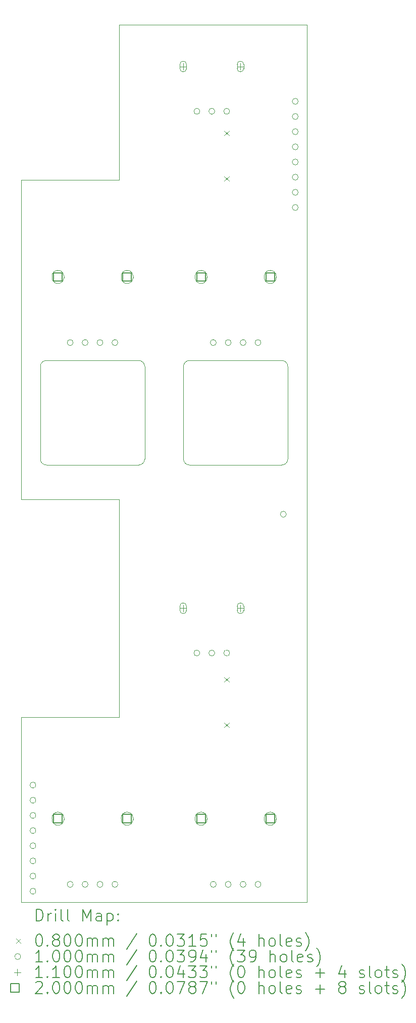
<source format=gbr>
%TF.GenerationSoftware,KiCad,Pcbnew,9.0.0*%
%TF.CreationDate,2025-03-16T11:52:43+01:00*%
%TF.ProjectId,DMH_Transistor_VCA_PCB_Conn,444d485f-5472-4616-9e73-6973746f725f,1*%
%TF.SameCoordinates,Original*%
%TF.FileFunction,Drillmap*%
%TF.FilePolarity,Positive*%
%FSLAX45Y45*%
G04 Gerber Fmt 4.5, Leading zero omitted, Abs format (unit mm)*
G04 Created by KiCad (PCBNEW 9.0.0) date 2025-03-16 11:52:43*
%MOMM*%
%LPD*%
G01*
G04 APERTURE LIST*
%ADD10C,0.100000*%
%ADD11C,0.200000*%
%ADD12C,0.110000*%
G04 APERTURE END LIST*
D10*
X9900000Y-5300000D02*
X9900000Y-20000000D01*
X6750000Y-7900000D02*
X6750000Y-5300000D01*
X7825000Y-11025000D02*
G75*
G02*
X7925000Y-10925000I100000J0D01*
G01*
X7925000Y-10925000D02*
X9475000Y-10925000D01*
X6750000Y-5300000D02*
X9900000Y-5300000D01*
X5525000Y-10925000D02*
X7075000Y-10925000D01*
X5100000Y-13250000D02*
X6750000Y-13250000D01*
X9575000Y-12575000D02*
G75*
G02*
X9475000Y-12675000I-100000J0D01*
G01*
X6750000Y-13250000D02*
X6750000Y-16900000D01*
X6750000Y-16900000D02*
X5100000Y-16900000D01*
X7175000Y-12575000D02*
G75*
G02*
X7075000Y-12675000I-100000J0D01*
G01*
X7075000Y-12675000D02*
X5525000Y-12675000D01*
X7175000Y-11025000D02*
X7175000Y-12575000D01*
X5425000Y-11025000D02*
G75*
G02*
X5525000Y-10925000I100000J0D01*
G01*
X7925000Y-12675000D02*
G75*
G02*
X7825000Y-12575000I0J100000D01*
G01*
X7075000Y-10925000D02*
G75*
G02*
X7175000Y-11025000I0J-100000D01*
G01*
X5100000Y-7900000D02*
X6750000Y-7900000D01*
X7825000Y-12575000D02*
X7825000Y-11025000D01*
X9900000Y-20000000D02*
X5100000Y-20000000D01*
X5425000Y-12575000D02*
X5425000Y-11025000D01*
X5525000Y-12675000D02*
G75*
G02*
X5425000Y-12575000I0J100000D01*
G01*
X9475000Y-10925000D02*
G75*
G02*
X9575000Y-11025000I0J-100000D01*
G01*
X9575000Y-11025000D02*
X9575000Y-12575000D01*
X5100000Y-13250000D02*
X5100000Y-7900000D01*
X5100000Y-16900000D02*
X5100000Y-20000000D01*
X9475000Y-12675000D02*
X7925000Y-12675000D01*
D11*
D10*
X8510000Y-7079000D02*
X8590000Y-7159000D01*
X8590000Y-7079000D02*
X8510000Y-7159000D01*
X8510000Y-7841000D02*
X8590000Y-7921000D01*
X8590000Y-7841000D02*
X8510000Y-7921000D01*
X8510000Y-16229000D02*
X8590000Y-16309000D01*
X8590000Y-16229000D02*
X8510000Y-16309000D01*
X8510000Y-16991000D02*
X8590000Y-17071000D01*
X8590000Y-16991000D02*
X8510000Y-17071000D01*
X5350000Y-18037500D02*
G75*
G02*
X5250000Y-18037500I-50000J0D01*
G01*
X5250000Y-18037500D02*
G75*
G02*
X5350000Y-18037500I50000J0D01*
G01*
X5350000Y-18291500D02*
G75*
G02*
X5250000Y-18291500I-50000J0D01*
G01*
X5250000Y-18291500D02*
G75*
G02*
X5350000Y-18291500I50000J0D01*
G01*
X5350000Y-18545500D02*
G75*
G02*
X5250000Y-18545500I-50000J0D01*
G01*
X5250000Y-18545500D02*
G75*
G02*
X5350000Y-18545500I50000J0D01*
G01*
X5350000Y-18799500D02*
G75*
G02*
X5250000Y-18799500I-50000J0D01*
G01*
X5250000Y-18799500D02*
G75*
G02*
X5350000Y-18799500I50000J0D01*
G01*
X5350000Y-19053500D02*
G75*
G02*
X5250000Y-19053500I-50000J0D01*
G01*
X5250000Y-19053500D02*
G75*
G02*
X5350000Y-19053500I50000J0D01*
G01*
X5350000Y-19307500D02*
G75*
G02*
X5250000Y-19307500I-50000J0D01*
G01*
X5250000Y-19307500D02*
G75*
G02*
X5350000Y-19307500I50000J0D01*
G01*
X5350000Y-19561500D02*
G75*
G02*
X5250000Y-19561500I-50000J0D01*
G01*
X5250000Y-19561500D02*
G75*
G02*
X5350000Y-19561500I50000J0D01*
G01*
X5350000Y-19815500D02*
G75*
G02*
X5250000Y-19815500I-50000J0D01*
G01*
X5250000Y-19815500D02*
G75*
G02*
X5350000Y-19815500I50000J0D01*
G01*
X5975000Y-10625000D02*
G75*
G02*
X5875000Y-10625000I-50000J0D01*
G01*
X5875000Y-10625000D02*
G75*
G02*
X5975000Y-10625000I50000J0D01*
G01*
X5975000Y-19700000D02*
G75*
G02*
X5875000Y-19700000I-50000J0D01*
G01*
X5875000Y-19700000D02*
G75*
G02*
X5975000Y-19700000I50000J0D01*
G01*
X6225000Y-10625000D02*
G75*
G02*
X6125000Y-10625000I-50000J0D01*
G01*
X6125000Y-10625000D02*
G75*
G02*
X6225000Y-10625000I50000J0D01*
G01*
X6225000Y-19700000D02*
G75*
G02*
X6125000Y-19700000I-50000J0D01*
G01*
X6125000Y-19700000D02*
G75*
G02*
X6225000Y-19700000I50000J0D01*
G01*
X6475000Y-10625000D02*
G75*
G02*
X6375000Y-10625000I-50000J0D01*
G01*
X6375000Y-10625000D02*
G75*
G02*
X6475000Y-10625000I50000J0D01*
G01*
X6475000Y-19700000D02*
G75*
G02*
X6375000Y-19700000I-50000J0D01*
G01*
X6375000Y-19700000D02*
G75*
G02*
X6475000Y-19700000I50000J0D01*
G01*
X6725000Y-10625000D02*
G75*
G02*
X6625000Y-10625000I-50000J0D01*
G01*
X6625000Y-10625000D02*
G75*
G02*
X6725000Y-10625000I50000J0D01*
G01*
X6725000Y-19700000D02*
G75*
G02*
X6625000Y-19700000I-50000J0D01*
G01*
X6625000Y-19700000D02*
G75*
G02*
X6725000Y-19700000I50000J0D01*
G01*
X8100000Y-6750000D02*
G75*
G02*
X8000000Y-6750000I-50000J0D01*
G01*
X8000000Y-6750000D02*
G75*
G02*
X8100000Y-6750000I50000J0D01*
G01*
X8100000Y-15825000D02*
G75*
G02*
X8000000Y-15825000I-50000J0D01*
G01*
X8000000Y-15825000D02*
G75*
G02*
X8100000Y-15825000I50000J0D01*
G01*
X8350000Y-6750000D02*
G75*
G02*
X8250000Y-6750000I-50000J0D01*
G01*
X8250000Y-6750000D02*
G75*
G02*
X8350000Y-6750000I50000J0D01*
G01*
X8350000Y-15825000D02*
G75*
G02*
X8250000Y-15825000I-50000J0D01*
G01*
X8250000Y-15825000D02*
G75*
G02*
X8350000Y-15825000I50000J0D01*
G01*
X8375000Y-10625000D02*
G75*
G02*
X8275000Y-10625000I-50000J0D01*
G01*
X8275000Y-10625000D02*
G75*
G02*
X8375000Y-10625000I50000J0D01*
G01*
X8375000Y-19700000D02*
G75*
G02*
X8275000Y-19700000I-50000J0D01*
G01*
X8275000Y-19700000D02*
G75*
G02*
X8375000Y-19700000I50000J0D01*
G01*
X8600000Y-6750000D02*
G75*
G02*
X8500000Y-6750000I-50000J0D01*
G01*
X8500000Y-6750000D02*
G75*
G02*
X8600000Y-6750000I50000J0D01*
G01*
X8600000Y-15825000D02*
G75*
G02*
X8500000Y-15825000I-50000J0D01*
G01*
X8500000Y-15825000D02*
G75*
G02*
X8600000Y-15825000I50000J0D01*
G01*
X8625000Y-10625000D02*
G75*
G02*
X8525000Y-10625000I-50000J0D01*
G01*
X8525000Y-10625000D02*
G75*
G02*
X8625000Y-10625000I50000J0D01*
G01*
X8625000Y-19700000D02*
G75*
G02*
X8525000Y-19700000I-50000J0D01*
G01*
X8525000Y-19700000D02*
G75*
G02*
X8625000Y-19700000I50000J0D01*
G01*
X8875000Y-10625000D02*
G75*
G02*
X8775000Y-10625000I-50000J0D01*
G01*
X8775000Y-10625000D02*
G75*
G02*
X8875000Y-10625000I50000J0D01*
G01*
X8875000Y-19700000D02*
G75*
G02*
X8775000Y-19700000I-50000J0D01*
G01*
X8775000Y-19700000D02*
G75*
G02*
X8875000Y-19700000I50000J0D01*
G01*
X9125000Y-10625000D02*
G75*
G02*
X9025000Y-10625000I-50000J0D01*
G01*
X9025000Y-10625000D02*
G75*
G02*
X9125000Y-10625000I50000J0D01*
G01*
X9125000Y-19700000D02*
G75*
G02*
X9025000Y-19700000I-50000J0D01*
G01*
X9025000Y-19700000D02*
G75*
G02*
X9125000Y-19700000I50000J0D01*
G01*
X9550000Y-13500000D02*
G75*
G02*
X9450000Y-13500000I-50000J0D01*
G01*
X9450000Y-13500000D02*
G75*
G02*
X9550000Y-13500000I50000J0D01*
G01*
X9750000Y-6584000D02*
G75*
G02*
X9650000Y-6584000I-50000J0D01*
G01*
X9650000Y-6584000D02*
G75*
G02*
X9750000Y-6584000I50000J0D01*
G01*
X9750000Y-6838000D02*
G75*
G02*
X9650000Y-6838000I-50000J0D01*
G01*
X9650000Y-6838000D02*
G75*
G02*
X9750000Y-6838000I50000J0D01*
G01*
X9750000Y-7092000D02*
G75*
G02*
X9650000Y-7092000I-50000J0D01*
G01*
X9650000Y-7092000D02*
G75*
G02*
X9750000Y-7092000I50000J0D01*
G01*
X9750000Y-7346000D02*
G75*
G02*
X9650000Y-7346000I-50000J0D01*
G01*
X9650000Y-7346000D02*
G75*
G02*
X9750000Y-7346000I50000J0D01*
G01*
X9750000Y-7600000D02*
G75*
G02*
X9650000Y-7600000I-50000J0D01*
G01*
X9650000Y-7600000D02*
G75*
G02*
X9750000Y-7600000I50000J0D01*
G01*
X9750000Y-7854000D02*
G75*
G02*
X9650000Y-7854000I-50000J0D01*
G01*
X9650000Y-7854000D02*
G75*
G02*
X9750000Y-7854000I50000J0D01*
G01*
X9750000Y-8108000D02*
G75*
G02*
X9650000Y-8108000I-50000J0D01*
G01*
X9650000Y-8108000D02*
G75*
G02*
X9750000Y-8108000I50000J0D01*
G01*
X9750000Y-8362000D02*
G75*
G02*
X9650000Y-8362000I-50000J0D01*
G01*
X9650000Y-8362000D02*
G75*
G02*
X9750000Y-8362000I50000J0D01*
G01*
D12*
X7820000Y-5945000D02*
X7820000Y-6055000D01*
X7765000Y-6000000D02*
X7875000Y-6000000D01*
D10*
X7875000Y-6035000D02*
X7875000Y-5965000D01*
X7765000Y-5965000D02*
G75*
G02*
X7875000Y-5965000I55000J0D01*
G01*
X7765000Y-5965000D02*
X7765000Y-6035000D01*
X7765000Y-6035000D02*
G75*
G03*
X7875000Y-6035000I55000J0D01*
G01*
D12*
X7820000Y-15020000D02*
X7820000Y-15130000D01*
X7765000Y-15075000D02*
X7875000Y-15075000D01*
D10*
X7875000Y-15110000D02*
X7875000Y-15040000D01*
X7765000Y-15040000D02*
G75*
G02*
X7875000Y-15040000I55000J0D01*
G01*
X7765000Y-15040000D02*
X7765000Y-15110000D01*
X7765000Y-15110000D02*
G75*
G03*
X7875000Y-15110000I55000J0D01*
G01*
D12*
X8780000Y-5945000D02*
X8780000Y-6055000D01*
X8725000Y-6000000D02*
X8835000Y-6000000D01*
D10*
X8835000Y-6035000D02*
X8835000Y-5965000D01*
X8725000Y-5965000D02*
G75*
G02*
X8835000Y-5965000I55000J0D01*
G01*
X8725000Y-5965000D02*
X8725000Y-6035000D01*
X8725000Y-6035000D02*
G75*
G03*
X8835000Y-6035000I55000J0D01*
G01*
D12*
X8780000Y-15020000D02*
X8780000Y-15130000D01*
X8725000Y-15075000D02*
X8835000Y-15075000D01*
D10*
X8835000Y-15110000D02*
X8835000Y-15040000D01*
X8725000Y-15040000D02*
G75*
G02*
X8835000Y-15040000I55000J0D01*
G01*
X8725000Y-15040000D02*
X8725000Y-15110000D01*
X8725000Y-15110000D02*
G75*
G03*
X8835000Y-15110000I55000J0D01*
G01*
D11*
X5790711Y-9595711D02*
X5790711Y-9454289D01*
X5649289Y-9454289D01*
X5649289Y-9595711D01*
X5790711Y-9595711D01*
D10*
X5620000Y-9515000D02*
X5620000Y-9535000D01*
X5820000Y-9535000D02*
G75*
G02*
X5620000Y-9535000I-100000J0D01*
G01*
X5820000Y-9535000D02*
X5820000Y-9515000D01*
X5820000Y-9515000D02*
G75*
G03*
X5620000Y-9515000I-100000J0D01*
G01*
D11*
X5790711Y-18670711D02*
X5790711Y-18529289D01*
X5649289Y-18529289D01*
X5649289Y-18670711D01*
X5790711Y-18670711D01*
D10*
X5620000Y-18590000D02*
X5620000Y-18610000D01*
X5820000Y-18610000D02*
G75*
G02*
X5620000Y-18610000I-100000J0D01*
G01*
X5820000Y-18610000D02*
X5820000Y-18590000D01*
X5820000Y-18590000D02*
G75*
G03*
X5620000Y-18590000I-100000J0D01*
G01*
D11*
X6950711Y-9595711D02*
X6950711Y-9454289D01*
X6809289Y-9454289D01*
X6809289Y-9595711D01*
X6950711Y-9595711D01*
D10*
X6780000Y-9515000D02*
X6780000Y-9535000D01*
X6980000Y-9535000D02*
G75*
G02*
X6780000Y-9535000I-100000J0D01*
G01*
X6980000Y-9535000D02*
X6980000Y-9515000D01*
X6980000Y-9515000D02*
G75*
G03*
X6780000Y-9515000I-100000J0D01*
G01*
D11*
X6950711Y-18670711D02*
X6950711Y-18529289D01*
X6809289Y-18529289D01*
X6809289Y-18670711D01*
X6950711Y-18670711D01*
D10*
X6780000Y-18590000D02*
X6780000Y-18610000D01*
X6980000Y-18610000D02*
G75*
G02*
X6780000Y-18610000I-100000J0D01*
G01*
X6980000Y-18610000D02*
X6980000Y-18590000D01*
X6980000Y-18590000D02*
G75*
G03*
X6780000Y-18590000I-100000J0D01*
G01*
D11*
X8190711Y-9595711D02*
X8190711Y-9454289D01*
X8049289Y-9454289D01*
X8049289Y-9595711D01*
X8190711Y-9595711D01*
D10*
X8020000Y-9515000D02*
X8020000Y-9535000D01*
X8220000Y-9535000D02*
G75*
G02*
X8020000Y-9535000I-100000J0D01*
G01*
X8220000Y-9535000D02*
X8220000Y-9515000D01*
X8220000Y-9515000D02*
G75*
G03*
X8020000Y-9515000I-100000J0D01*
G01*
D11*
X8190711Y-18670711D02*
X8190711Y-18529289D01*
X8049289Y-18529289D01*
X8049289Y-18670711D01*
X8190711Y-18670711D01*
D10*
X8020000Y-18590000D02*
X8020000Y-18610000D01*
X8220000Y-18610000D02*
G75*
G02*
X8020000Y-18610000I-100000J0D01*
G01*
X8220000Y-18610000D02*
X8220000Y-18590000D01*
X8220000Y-18590000D02*
G75*
G03*
X8020000Y-18590000I-100000J0D01*
G01*
D11*
X9350711Y-9595711D02*
X9350711Y-9454289D01*
X9209289Y-9454289D01*
X9209289Y-9595711D01*
X9350711Y-9595711D01*
D10*
X9180000Y-9515000D02*
X9180000Y-9535000D01*
X9380000Y-9535000D02*
G75*
G02*
X9180000Y-9535000I-100000J0D01*
G01*
X9380000Y-9535000D02*
X9380000Y-9515000D01*
X9380000Y-9515000D02*
G75*
G03*
X9180000Y-9515000I-100000J0D01*
G01*
D11*
X9350711Y-18670711D02*
X9350711Y-18529289D01*
X9209289Y-18529289D01*
X9209289Y-18670711D01*
X9350711Y-18670711D01*
D10*
X9180000Y-18590000D02*
X9180000Y-18610000D01*
X9380000Y-18610000D02*
G75*
G02*
X9180000Y-18610000I-100000J0D01*
G01*
X9380000Y-18610000D02*
X9380000Y-18590000D01*
X9380000Y-18590000D02*
G75*
G03*
X9180000Y-18590000I-100000J0D01*
G01*
D11*
X5355777Y-20316484D02*
X5355777Y-20116484D01*
X5355777Y-20116484D02*
X5403396Y-20116484D01*
X5403396Y-20116484D02*
X5431967Y-20126008D01*
X5431967Y-20126008D02*
X5451015Y-20145055D01*
X5451015Y-20145055D02*
X5460539Y-20164103D01*
X5460539Y-20164103D02*
X5470063Y-20202198D01*
X5470063Y-20202198D02*
X5470063Y-20230770D01*
X5470063Y-20230770D02*
X5460539Y-20268865D01*
X5460539Y-20268865D02*
X5451015Y-20287912D01*
X5451015Y-20287912D02*
X5431967Y-20306960D01*
X5431967Y-20306960D02*
X5403396Y-20316484D01*
X5403396Y-20316484D02*
X5355777Y-20316484D01*
X5555777Y-20316484D02*
X5555777Y-20183150D01*
X5555777Y-20221246D02*
X5565301Y-20202198D01*
X5565301Y-20202198D02*
X5574824Y-20192674D01*
X5574824Y-20192674D02*
X5593872Y-20183150D01*
X5593872Y-20183150D02*
X5612920Y-20183150D01*
X5679586Y-20316484D02*
X5679586Y-20183150D01*
X5679586Y-20116484D02*
X5670062Y-20126008D01*
X5670062Y-20126008D02*
X5679586Y-20135531D01*
X5679586Y-20135531D02*
X5689110Y-20126008D01*
X5689110Y-20126008D02*
X5679586Y-20116484D01*
X5679586Y-20116484D02*
X5679586Y-20135531D01*
X5803396Y-20316484D02*
X5784348Y-20306960D01*
X5784348Y-20306960D02*
X5774824Y-20287912D01*
X5774824Y-20287912D02*
X5774824Y-20116484D01*
X5908158Y-20316484D02*
X5889110Y-20306960D01*
X5889110Y-20306960D02*
X5879586Y-20287912D01*
X5879586Y-20287912D02*
X5879586Y-20116484D01*
X6136729Y-20316484D02*
X6136729Y-20116484D01*
X6136729Y-20116484D02*
X6203396Y-20259341D01*
X6203396Y-20259341D02*
X6270062Y-20116484D01*
X6270062Y-20116484D02*
X6270062Y-20316484D01*
X6451015Y-20316484D02*
X6451015Y-20211722D01*
X6451015Y-20211722D02*
X6441491Y-20192674D01*
X6441491Y-20192674D02*
X6422443Y-20183150D01*
X6422443Y-20183150D02*
X6384348Y-20183150D01*
X6384348Y-20183150D02*
X6365301Y-20192674D01*
X6451015Y-20306960D02*
X6431967Y-20316484D01*
X6431967Y-20316484D02*
X6384348Y-20316484D01*
X6384348Y-20316484D02*
X6365301Y-20306960D01*
X6365301Y-20306960D02*
X6355777Y-20287912D01*
X6355777Y-20287912D02*
X6355777Y-20268865D01*
X6355777Y-20268865D02*
X6365301Y-20249817D01*
X6365301Y-20249817D02*
X6384348Y-20240293D01*
X6384348Y-20240293D02*
X6431967Y-20240293D01*
X6431967Y-20240293D02*
X6451015Y-20230770D01*
X6546253Y-20183150D02*
X6546253Y-20383150D01*
X6546253Y-20192674D02*
X6565301Y-20183150D01*
X6565301Y-20183150D02*
X6603396Y-20183150D01*
X6603396Y-20183150D02*
X6622443Y-20192674D01*
X6622443Y-20192674D02*
X6631967Y-20202198D01*
X6631967Y-20202198D02*
X6641491Y-20221246D01*
X6641491Y-20221246D02*
X6641491Y-20278389D01*
X6641491Y-20278389D02*
X6631967Y-20297436D01*
X6631967Y-20297436D02*
X6622443Y-20306960D01*
X6622443Y-20306960D02*
X6603396Y-20316484D01*
X6603396Y-20316484D02*
X6565301Y-20316484D01*
X6565301Y-20316484D02*
X6546253Y-20306960D01*
X6727205Y-20297436D02*
X6736729Y-20306960D01*
X6736729Y-20306960D02*
X6727205Y-20316484D01*
X6727205Y-20316484D02*
X6717682Y-20306960D01*
X6717682Y-20306960D02*
X6727205Y-20297436D01*
X6727205Y-20297436D02*
X6727205Y-20316484D01*
X6727205Y-20192674D02*
X6736729Y-20202198D01*
X6736729Y-20202198D02*
X6727205Y-20211722D01*
X6727205Y-20211722D02*
X6717682Y-20202198D01*
X6717682Y-20202198D02*
X6727205Y-20192674D01*
X6727205Y-20192674D02*
X6727205Y-20211722D01*
D10*
X5015000Y-20605000D02*
X5095000Y-20685000D01*
X5095000Y-20605000D02*
X5015000Y-20685000D01*
D11*
X5393872Y-20536484D02*
X5412920Y-20536484D01*
X5412920Y-20536484D02*
X5431967Y-20546008D01*
X5431967Y-20546008D02*
X5441491Y-20555531D01*
X5441491Y-20555531D02*
X5451015Y-20574579D01*
X5451015Y-20574579D02*
X5460539Y-20612674D01*
X5460539Y-20612674D02*
X5460539Y-20660293D01*
X5460539Y-20660293D02*
X5451015Y-20698389D01*
X5451015Y-20698389D02*
X5441491Y-20717436D01*
X5441491Y-20717436D02*
X5431967Y-20726960D01*
X5431967Y-20726960D02*
X5412920Y-20736484D01*
X5412920Y-20736484D02*
X5393872Y-20736484D01*
X5393872Y-20736484D02*
X5374824Y-20726960D01*
X5374824Y-20726960D02*
X5365301Y-20717436D01*
X5365301Y-20717436D02*
X5355777Y-20698389D01*
X5355777Y-20698389D02*
X5346253Y-20660293D01*
X5346253Y-20660293D02*
X5346253Y-20612674D01*
X5346253Y-20612674D02*
X5355777Y-20574579D01*
X5355777Y-20574579D02*
X5365301Y-20555531D01*
X5365301Y-20555531D02*
X5374824Y-20546008D01*
X5374824Y-20546008D02*
X5393872Y-20536484D01*
X5546253Y-20717436D02*
X5555777Y-20726960D01*
X5555777Y-20726960D02*
X5546253Y-20736484D01*
X5546253Y-20736484D02*
X5536729Y-20726960D01*
X5536729Y-20726960D02*
X5546253Y-20717436D01*
X5546253Y-20717436D02*
X5546253Y-20736484D01*
X5670062Y-20622198D02*
X5651015Y-20612674D01*
X5651015Y-20612674D02*
X5641491Y-20603150D01*
X5641491Y-20603150D02*
X5631967Y-20584103D01*
X5631967Y-20584103D02*
X5631967Y-20574579D01*
X5631967Y-20574579D02*
X5641491Y-20555531D01*
X5641491Y-20555531D02*
X5651015Y-20546008D01*
X5651015Y-20546008D02*
X5670062Y-20536484D01*
X5670062Y-20536484D02*
X5708158Y-20536484D01*
X5708158Y-20536484D02*
X5727205Y-20546008D01*
X5727205Y-20546008D02*
X5736729Y-20555531D01*
X5736729Y-20555531D02*
X5746253Y-20574579D01*
X5746253Y-20574579D02*
X5746253Y-20584103D01*
X5746253Y-20584103D02*
X5736729Y-20603150D01*
X5736729Y-20603150D02*
X5727205Y-20612674D01*
X5727205Y-20612674D02*
X5708158Y-20622198D01*
X5708158Y-20622198D02*
X5670062Y-20622198D01*
X5670062Y-20622198D02*
X5651015Y-20631722D01*
X5651015Y-20631722D02*
X5641491Y-20641246D01*
X5641491Y-20641246D02*
X5631967Y-20660293D01*
X5631967Y-20660293D02*
X5631967Y-20698389D01*
X5631967Y-20698389D02*
X5641491Y-20717436D01*
X5641491Y-20717436D02*
X5651015Y-20726960D01*
X5651015Y-20726960D02*
X5670062Y-20736484D01*
X5670062Y-20736484D02*
X5708158Y-20736484D01*
X5708158Y-20736484D02*
X5727205Y-20726960D01*
X5727205Y-20726960D02*
X5736729Y-20717436D01*
X5736729Y-20717436D02*
X5746253Y-20698389D01*
X5746253Y-20698389D02*
X5746253Y-20660293D01*
X5746253Y-20660293D02*
X5736729Y-20641246D01*
X5736729Y-20641246D02*
X5727205Y-20631722D01*
X5727205Y-20631722D02*
X5708158Y-20622198D01*
X5870062Y-20536484D02*
X5889110Y-20536484D01*
X5889110Y-20536484D02*
X5908158Y-20546008D01*
X5908158Y-20546008D02*
X5917682Y-20555531D01*
X5917682Y-20555531D02*
X5927205Y-20574579D01*
X5927205Y-20574579D02*
X5936729Y-20612674D01*
X5936729Y-20612674D02*
X5936729Y-20660293D01*
X5936729Y-20660293D02*
X5927205Y-20698389D01*
X5927205Y-20698389D02*
X5917682Y-20717436D01*
X5917682Y-20717436D02*
X5908158Y-20726960D01*
X5908158Y-20726960D02*
X5889110Y-20736484D01*
X5889110Y-20736484D02*
X5870062Y-20736484D01*
X5870062Y-20736484D02*
X5851015Y-20726960D01*
X5851015Y-20726960D02*
X5841491Y-20717436D01*
X5841491Y-20717436D02*
X5831967Y-20698389D01*
X5831967Y-20698389D02*
X5822443Y-20660293D01*
X5822443Y-20660293D02*
X5822443Y-20612674D01*
X5822443Y-20612674D02*
X5831967Y-20574579D01*
X5831967Y-20574579D02*
X5841491Y-20555531D01*
X5841491Y-20555531D02*
X5851015Y-20546008D01*
X5851015Y-20546008D02*
X5870062Y-20536484D01*
X6060539Y-20536484D02*
X6079586Y-20536484D01*
X6079586Y-20536484D02*
X6098634Y-20546008D01*
X6098634Y-20546008D02*
X6108158Y-20555531D01*
X6108158Y-20555531D02*
X6117682Y-20574579D01*
X6117682Y-20574579D02*
X6127205Y-20612674D01*
X6127205Y-20612674D02*
X6127205Y-20660293D01*
X6127205Y-20660293D02*
X6117682Y-20698389D01*
X6117682Y-20698389D02*
X6108158Y-20717436D01*
X6108158Y-20717436D02*
X6098634Y-20726960D01*
X6098634Y-20726960D02*
X6079586Y-20736484D01*
X6079586Y-20736484D02*
X6060539Y-20736484D01*
X6060539Y-20736484D02*
X6041491Y-20726960D01*
X6041491Y-20726960D02*
X6031967Y-20717436D01*
X6031967Y-20717436D02*
X6022443Y-20698389D01*
X6022443Y-20698389D02*
X6012920Y-20660293D01*
X6012920Y-20660293D02*
X6012920Y-20612674D01*
X6012920Y-20612674D02*
X6022443Y-20574579D01*
X6022443Y-20574579D02*
X6031967Y-20555531D01*
X6031967Y-20555531D02*
X6041491Y-20546008D01*
X6041491Y-20546008D02*
X6060539Y-20536484D01*
X6212920Y-20736484D02*
X6212920Y-20603150D01*
X6212920Y-20622198D02*
X6222443Y-20612674D01*
X6222443Y-20612674D02*
X6241491Y-20603150D01*
X6241491Y-20603150D02*
X6270063Y-20603150D01*
X6270063Y-20603150D02*
X6289110Y-20612674D01*
X6289110Y-20612674D02*
X6298634Y-20631722D01*
X6298634Y-20631722D02*
X6298634Y-20736484D01*
X6298634Y-20631722D02*
X6308158Y-20612674D01*
X6308158Y-20612674D02*
X6327205Y-20603150D01*
X6327205Y-20603150D02*
X6355777Y-20603150D01*
X6355777Y-20603150D02*
X6374824Y-20612674D01*
X6374824Y-20612674D02*
X6384348Y-20631722D01*
X6384348Y-20631722D02*
X6384348Y-20736484D01*
X6479586Y-20736484D02*
X6479586Y-20603150D01*
X6479586Y-20622198D02*
X6489110Y-20612674D01*
X6489110Y-20612674D02*
X6508158Y-20603150D01*
X6508158Y-20603150D02*
X6536729Y-20603150D01*
X6536729Y-20603150D02*
X6555777Y-20612674D01*
X6555777Y-20612674D02*
X6565301Y-20631722D01*
X6565301Y-20631722D02*
X6565301Y-20736484D01*
X6565301Y-20631722D02*
X6574824Y-20612674D01*
X6574824Y-20612674D02*
X6593872Y-20603150D01*
X6593872Y-20603150D02*
X6622443Y-20603150D01*
X6622443Y-20603150D02*
X6641491Y-20612674D01*
X6641491Y-20612674D02*
X6651015Y-20631722D01*
X6651015Y-20631722D02*
X6651015Y-20736484D01*
X7041491Y-20526960D02*
X6870063Y-20784103D01*
X7298634Y-20536484D02*
X7317682Y-20536484D01*
X7317682Y-20536484D02*
X7336729Y-20546008D01*
X7336729Y-20546008D02*
X7346253Y-20555531D01*
X7346253Y-20555531D02*
X7355777Y-20574579D01*
X7355777Y-20574579D02*
X7365301Y-20612674D01*
X7365301Y-20612674D02*
X7365301Y-20660293D01*
X7365301Y-20660293D02*
X7355777Y-20698389D01*
X7355777Y-20698389D02*
X7346253Y-20717436D01*
X7346253Y-20717436D02*
X7336729Y-20726960D01*
X7336729Y-20726960D02*
X7317682Y-20736484D01*
X7317682Y-20736484D02*
X7298634Y-20736484D01*
X7298634Y-20736484D02*
X7279586Y-20726960D01*
X7279586Y-20726960D02*
X7270063Y-20717436D01*
X7270063Y-20717436D02*
X7260539Y-20698389D01*
X7260539Y-20698389D02*
X7251015Y-20660293D01*
X7251015Y-20660293D02*
X7251015Y-20612674D01*
X7251015Y-20612674D02*
X7260539Y-20574579D01*
X7260539Y-20574579D02*
X7270063Y-20555531D01*
X7270063Y-20555531D02*
X7279586Y-20546008D01*
X7279586Y-20546008D02*
X7298634Y-20536484D01*
X7451015Y-20717436D02*
X7460539Y-20726960D01*
X7460539Y-20726960D02*
X7451015Y-20736484D01*
X7451015Y-20736484D02*
X7441491Y-20726960D01*
X7441491Y-20726960D02*
X7451015Y-20717436D01*
X7451015Y-20717436D02*
X7451015Y-20736484D01*
X7584348Y-20536484D02*
X7603396Y-20536484D01*
X7603396Y-20536484D02*
X7622444Y-20546008D01*
X7622444Y-20546008D02*
X7631967Y-20555531D01*
X7631967Y-20555531D02*
X7641491Y-20574579D01*
X7641491Y-20574579D02*
X7651015Y-20612674D01*
X7651015Y-20612674D02*
X7651015Y-20660293D01*
X7651015Y-20660293D02*
X7641491Y-20698389D01*
X7641491Y-20698389D02*
X7631967Y-20717436D01*
X7631967Y-20717436D02*
X7622444Y-20726960D01*
X7622444Y-20726960D02*
X7603396Y-20736484D01*
X7603396Y-20736484D02*
X7584348Y-20736484D01*
X7584348Y-20736484D02*
X7565301Y-20726960D01*
X7565301Y-20726960D02*
X7555777Y-20717436D01*
X7555777Y-20717436D02*
X7546253Y-20698389D01*
X7546253Y-20698389D02*
X7536729Y-20660293D01*
X7536729Y-20660293D02*
X7536729Y-20612674D01*
X7536729Y-20612674D02*
X7546253Y-20574579D01*
X7546253Y-20574579D02*
X7555777Y-20555531D01*
X7555777Y-20555531D02*
X7565301Y-20546008D01*
X7565301Y-20546008D02*
X7584348Y-20536484D01*
X7717682Y-20536484D02*
X7841491Y-20536484D01*
X7841491Y-20536484D02*
X7774825Y-20612674D01*
X7774825Y-20612674D02*
X7803396Y-20612674D01*
X7803396Y-20612674D02*
X7822444Y-20622198D01*
X7822444Y-20622198D02*
X7831967Y-20631722D01*
X7831967Y-20631722D02*
X7841491Y-20650770D01*
X7841491Y-20650770D02*
X7841491Y-20698389D01*
X7841491Y-20698389D02*
X7831967Y-20717436D01*
X7831967Y-20717436D02*
X7822444Y-20726960D01*
X7822444Y-20726960D02*
X7803396Y-20736484D01*
X7803396Y-20736484D02*
X7746253Y-20736484D01*
X7746253Y-20736484D02*
X7727206Y-20726960D01*
X7727206Y-20726960D02*
X7717682Y-20717436D01*
X8031967Y-20736484D02*
X7917682Y-20736484D01*
X7974825Y-20736484D02*
X7974825Y-20536484D01*
X7974825Y-20536484D02*
X7955777Y-20565055D01*
X7955777Y-20565055D02*
X7936729Y-20584103D01*
X7936729Y-20584103D02*
X7917682Y-20593627D01*
X8212920Y-20536484D02*
X8117682Y-20536484D01*
X8117682Y-20536484D02*
X8108158Y-20631722D01*
X8108158Y-20631722D02*
X8117682Y-20622198D01*
X8117682Y-20622198D02*
X8136729Y-20612674D01*
X8136729Y-20612674D02*
X8184348Y-20612674D01*
X8184348Y-20612674D02*
X8203396Y-20622198D01*
X8203396Y-20622198D02*
X8212920Y-20631722D01*
X8212920Y-20631722D02*
X8222444Y-20650770D01*
X8222444Y-20650770D02*
X8222444Y-20698389D01*
X8222444Y-20698389D02*
X8212920Y-20717436D01*
X8212920Y-20717436D02*
X8203396Y-20726960D01*
X8203396Y-20726960D02*
X8184348Y-20736484D01*
X8184348Y-20736484D02*
X8136729Y-20736484D01*
X8136729Y-20736484D02*
X8117682Y-20726960D01*
X8117682Y-20726960D02*
X8108158Y-20717436D01*
X8298634Y-20536484D02*
X8298634Y-20574579D01*
X8374825Y-20536484D02*
X8374825Y-20574579D01*
X8670063Y-20812674D02*
X8660539Y-20803150D01*
X8660539Y-20803150D02*
X8641491Y-20774579D01*
X8641491Y-20774579D02*
X8631968Y-20755531D01*
X8631968Y-20755531D02*
X8622444Y-20726960D01*
X8622444Y-20726960D02*
X8612920Y-20679341D01*
X8612920Y-20679341D02*
X8612920Y-20641246D01*
X8612920Y-20641246D02*
X8622444Y-20593627D01*
X8622444Y-20593627D02*
X8631968Y-20565055D01*
X8631968Y-20565055D02*
X8641491Y-20546008D01*
X8641491Y-20546008D02*
X8660539Y-20517436D01*
X8660539Y-20517436D02*
X8670063Y-20507912D01*
X8831968Y-20603150D02*
X8831968Y-20736484D01*
X8784349Y-20526960D02*
X8736730Y-20669817D01*
X8736730Y-20669817D02*
X8860539Y-20669817D01*
X9089111Y-20736484D02*
X9089111Y-20536484D01*
X9174825Y-20736484D02*
X9174825Y-20631722D01*
X9174825Y-20631722D02*
X9165301Y-20612674D01*
X9165301Y-20612674D02*
X9146253Y-20603150D01*
X9146253Y-20603150D02*
X9117682Y-20603150D01*
X9117682Y-20603150D02*
X9098634Y-20612674D01*
X9098634Y-20612674D02*
X9089111Y-20622198D01*
X9298634Y-20736484D02*
X9279587Y-20726960D01*
X9279587Y-20726960D02*
X9270063Y-20717436D01*
X9270063Y-20717436D02*
X9260539Y-20698389D01*
X9260539Y-20698389D02*
X9260539Y-20641246D01*
X9260539Y-20641246D02*
X9270063Y-20622198D01*
X9270063Y-20622198D02*
X9279587Y-20612674D01*
X9279587Y-20612674D02*
X9298634Y-20603150D01*
X9298634Y-20603150D02*
X9327206Y-20603150D01*
X9327206Y-20603150D02*
X9346253Y-20612674D01*
X9346253Y-20612674D02*
X9355777Y-20622198D01*
X9355777Y-20622198D02*
X9365301Y-20641246D01*
X9365301Y-20641246D02*
X9365301Y-20698389D01*
X9365301Y-20698389D02*
X9355777Y-20717436D01*
X9355777Y-20717436D02*
X9346253Y-20726960D01*
X9346253Y-20726960D02*
X9327206Y-20736484D01*
X9327206Y-20736484D02*
X9298634Y-20736484D01*
X9479587Y-20736484D02*
X9460539Y-20726960D01*
X9460539Y-20726960D02*
X9451015Y-20707912D01*
X9451015Y-20707912D02*
X9451015Y-20536484D01*
X9631968Y-20726960D02*
X9612920Y-20736484D01*
X9612920Y-20736484D02*
X9574825Y-20736484D01*
X9574825Y-20736484D02*
X9555777Y-20726960D01*
X9555777Y-20726960D02*
X9546253Y-20707912D01*
X9546253Y-20707912D02*
X9546253Y-20631722D01*
X9546253Y-20631722D02*
X9555777Y-20612674D01*
X9555777Y-20612674D02*
X9574825Y-20603150D01*
X9574825Y-20603150D02*
X9612920Y-20603150D01*
X9612920Y-20603150D02*
X9631968Y-20612674D01*
X9631968Y-20612674D02*
X9641492Y-20631722D01*
X9641492Y-20631722D02*
X9641492Y-20650770D01*
X9641492Y-20650770D02*
X9546253Y-20669817D01*
X9717682Y-20726960D02*
X9736730Y-20736484D01*
X9736730Y-20736484D02*
X9774825Y-20736484D01*
X9774825Y-20736484D02*
X9793873Y-20726960D01*
X9793873Y-20726960D02*
X9803396Y-20707912D01*
X9803396Y-20707912D02*
X9803396Y-20698389D01*
X9803396Y-20698389D02*
X9793873Y-20679341D01*
X9793873Y-20679341D02*
X9774825Y-20669817D01*
X9774825Y-20669817D02*
X9746253Y-20669817D01*
X9746253Y-20669817D02*
X9727206Y-20660293D01*
X9727206Y-20660293D02*
X9717682Y-20641246D01*
X9717682Y-20641246D02*
X9717682Y-20631722D01*
X9717682Y-20631722D02*
X9727206Y-20612674D01*
X9727206Y-20612674D02*
X9746253Y-20603150D01*
X9746253Y-20603150D02*
X9774825Y-20603150D01*
X9774825Y-20603150D02*
X9793873Y-20612674D01*
X9870063Y-20812674D02*
X9879587Y-20803150D01*
X9879587Y-20803150D02*
X9898634Y-20774579D01*
X9898634Y-20774579D02*
X9908158Y-20755531D01*
X9908158Y-20755531D02*
X9917682Y-20726960D01*
X9917682Y-20726960D02*
X9927206Y-20679341D01*
X9927206Y-20679341D02*
X9927206Y-20641246D01*
X9927206Y-20641246D02*
X9917682Y-20593627D01*
X9917682Y-20593627D02*
X9908158Y-20565055D01*
X9908158Y-20565055D02*
X9898634Y-20546008D01*
X9898634Y-20546008D02*
X9879587Y-20517436D01*
X9879587Y-20517436D02*
X9870063Y-20507912D01*
D10*
X5095000Y-20909000D02*
G75*
G02*
X4995000Y-20909000I-50000J0D01*
G01*
X4995000Y-20909000D02*
G75*
G02*
X5095000Y-20909000I50000J0D01*
G01*
D11*
X5460539Y-21000484D02*
X5346253Y-21000484D01*
X5403396Y-21000484D02*
X5403396Y-20800484D01*
X5403396Y-20800484D02*
X5384348Y-20829055D01*
X5384348Y-20829055D02*
X5365301Y-20848103D01*
X5365301Y-20848103D02*
X5346253Y-20857627D01*
X5546253Y-20981436D02*
X5555777Y-20990960D01*
X5555777Y-20990960D02*
X5546253Y-21000484D01*
X5546253Y-21000484D02*
X5536729Y-20990960D01*
X5536729Y-20990960D02*
X5546253Y-20981436D01*
X5546253Y-20981436D02*
X5546253Y-21000484D01*
X5679586Y-20800484D02*
X5698634Y-20800484D01*
X5698634Y-20800484D02*
X5717682Y-20810008D01*
X5717682Y-20810008D02*
X5727205Y-20819531D01*
X5727205Y-20819531D02*
X5736729Y-20838579D01*
X5736729Y-20838579D02*
X5746253Y-20876674D01*
X5746253Y-20876674D02*
X5746253Y-20924293D01*
X5746253Y-20924293D02*
X5736729Y-20962389D01*
X5736729Y-20962389D02*
X5727205Y-20981436D01*
X5727205Y-20981436D02*
X5717682Y-20990960D01*
X5717682Y-20990960D02*
X5698634Y-21000484D01*
X5698634Y-21000484D02*
X5679586Y-21000484D01*
X5679586Y-21000484D02*
X5660539Y-20990960D01*
X5660539Y-20990960D02*
X5651015Y-20981436D01*
X5651015Y-20981436D02*
X5641491Y-20962389D01*
X5641491Y-20962389D02*
X5631967Y-20924293D01*
X5631967Y-20924293D02*
X5631967Y-20876674D01*
X5631967Y-20876674D02*
X5641491Y-20838579D01*
X5641491Y-20838579D02*
X5651015Y-20819531D01*
X5651015Y-20819531D02*
X5660539Y-20810008D01*
X5660539Y-20810008D02*
X5679586Y-20800484D01*
X5870062Y-20800484D02*
X5889110Y-20800484D01*
X5889110Y-20800484D02*
X5908158Y-20810008D01*
X5908158Y-20810008D02*
X5917682Y-20819531D01*
X5917682Y-20819531D02*
X5927205Y-20838579D01*
X5927205Y-20838579D02*
X5936729Y-20876674D01*
X5936729Y-20876674D02*
X5936729Y-20924293D01*
X5936729Y-20924293D02*
X5927205Y-20962389D01*
X5927205Y-20962389D02*
X5917682Y-20981436D01*
X5917682Y-20981436D02*
X5908158Y-20990960D01*
X5908158Y-20990960D02*
X5889110Y-21000484D01*
X5889110Y-21000484D02*
X5870062Y-21000484D01*
X5870062Y-21000484D02*
X5851015Y-20990960D01*
X5851015Y-20990960D02*
X5841491Y-20981436D01*
X5841491Y-20981436D02*
X5831967Y-20962389D01*
X5831967Y-20962389D02*
X5822443Y-20924293D01*
X5822443Y-20924293D02*
X5822443Y-20876674D01*
X5822443Y-20876674D02*
X5831967Y-20838579D01*
X5831967Y-20838579D02*
X5841491Y-20819531D01*
X5841491Y-20819531D02*
X5851015Y-20810008D01*
X5851015Y-20810008D02*
X5870062Y-20800484D01*
X6060539Y-20800484D02*
X6079586Y-20800484D01*
X6079586Y-20800484D02*
X6098634Y-20810008D01*
X6098634Y-20810008D02*
X6108158Y-20819531D01*
X6108158Y-20819531D02*
X6117682Y-20838579D01*
X6117682Y-20838579D02*
X6127205Y-20876674D01*
X6127205Y-20876674D02*
X6127205Y-20924293D01*
X6127205Y-20924293D02*
X6117682Y-20962389D01*
X6117682Y-20962389D02*
X6108158Y-20981436D01*
X6108158Y-20981436D02*
X6098634Y-20990960D01*
X6098634Y-20990960D02*
X6079586Y-21000484D01*
X6079586Y-21000484D02*
X6060539Y-21000484D01*
X6060539Y-21000484D02*
X6041491Y-20990960D01*
X6041491Y-20990960D02*
X6031967Y-20981436D01*
X6031967Y-20981436D02*
X6022443Y-20962389D01*
X6022443Y-20962389D02*
X6012920Y-20924293D01*
X6012920Y-20924293D02*
X6012920Y-20876674D01*
X6012920Y-20876674D02*
X6022443Y-20838579D01*
X6022443Y-20838579D02*
X6031967Y-20819531D01*
X6031967Y-20819531D02*
X6041491Y-20810008D01*
X6041491Y-20810008D02*
X6060539Y-20800484D01*
X6212920Y-21000484D02*
X6212920Y-20867150D01*
X6212920Y-20886198D02*
X6222443Y-20876674D01*
X6222443Y-20876674D02*
X6241491Y-20867150D01*
X6241491Y-20867150D02*
X6270063Y-20867150D01*
X6270063Y-20867150D02*
X6289110Y-20876674D01*
X6289110Y-20876674D02*
X6298634Y-20895722D01*
X6298634Y-20895722D02*
X6298634Y-21000484D01*
X6298634Y-20895722D02*
X6308158Y-20876674D01*
X6308158Y-20876674D02*
X6327205Y-20867150D01*
X6327205Y-20867150D02*
X6355777Y-20867150D01*
X6355777Y-20867150D02*
X6374824Y-20876674D01*
X6374824Y-20876674D02*
X6384348Y-20895722D01*
X6384348Y-20895722D02*
X6384348Y-21000484D01*
X6479586Y-21000484D02*
X6479586Y-20867150D01*
X6479586Y-20886198D02*
X6489110Y-20876674D01*
X6489110Y-20876674D02*
X6508158Y-20867150D01*
X6508158Y-20867150D02*
X6536729Y-20867150D01*
X6536729Y-20867150D02*
X6555777Y-20876674D01*
X6555777Y-20876674D02*
X6565301Y-20895722D01*
X6565301Y-20895722D02*
X6565301Y-21000484D01*
X6565301Y-20895722D02*
X6574824Y-20876674D01*
X6574824Y-20876674D02*
X6593872Y-20867150D01*
X6593872Y-20867150D02*
X6622443Y-20867150D01*
X6622443Y-20867150D02*
X6641491Y-20876674D01*
X6641491Y-20876674D02*
X6651015Y-20895722D01*
X6651015Y-20895722D02*
X6651015Y-21000484D01*
X7041491Y-20790960D02*
X6870063Y-21048103D01*
X7298634Y-20800484D02*
X7317682Y-20800484D01*
X7317682Y-20800484D02*
X7336729Y-20810008D01*
X7336729Y-20810008D02*
X7346253Y-20819531D01*
X7346253Y-20819531D02*
X7355777Y-20838579D01*
X7355777Y-20838579D02*
X7365301Y-20876674D01*
X7365301Y-20876674D02*
X7365301Y-20924293D01*
X7365301Y-20924293D02*
X7355777Y-20962389D01*
X7355777Y-20962389D02*
X7346253Y-20981436D01*
X7346253Y-20981436D02*
X7336729Y-20990960D01*
X7336729Y-20990960D02*
X7317682Y-21000484D01*
X7317682Y-21000484D02*
X7298634Y-21000484D01*
X7298634Y-21000484D02*
X7279586Y-20990960D01*
X7279586Y-20990960D02*
X7270063Y-20981436D01*
X7270063Y-20981436D02*
X7260539Y-20962389D01*
X7260539Y-20962389D02*
X7251015Y-20924293D01*
X7251015Y-20924293D02*
X7251015Y-20876674D01*
X7251015Y-20876674D02*
X7260539Y-20838579D01*
X7260539Y-20838579D02*
X7270063Y-20819531D01*
X7270063Y-20819531D02*
X7279586Y-20810008D01*
X7279586Y-20810008D02*
X7298634Y-20800484D01*
X7451015Y-20981436D02*
X7460539Y-20990960D01*
X7460539Y-20990960D02*
X7451015Y-21000484D01*
X7451015Y-21000484D02*
X7441491Y-20990960D01*
X7441491Y-20990960D02*
X7451015Y-20981436D01*
X7451015Y-20981436D02*
X7451015Y-21000484D01*
X7584348Y-20800484D02*
X7603396Y-20800484D01*
X7603396Y-20800484D02*
X7622444Y-20810008D01*
X7622444Y-20810008D02*
X7631967Y-20819531D01*
X7631967Y-20819531D02*
X7641491Y-20838579D01*
X7641491Y-20838579D02*
X7651015Y-20876674D01*
X7651015Y-20876674D02*
X7651015Y-20924293D01*
X7651015Y-20924293D02*
X7641491Y-20962389D01*
X7641491Y-20962389D02*
X7631967Y-20981436D01*
X7631967Y-20981436D02*
X7622444Y-20990960D01*
X7622444Y-20990960D02*
X7603396Y-21000484D01*
X7603396Y-21000484D02*
X7584348Y-21000484D01*
X7584348Y-21000484D02*
X7565301Y-20990960D01*
X7565301Y-20990960D02*
X7555777Y-20981436D01*
X7555777Y-20981436D02*
X7546253Y-20962389D01*
X7546253Y-20962389D02*
X7536729Y-20924293D01*
X7536729Y-20924293D02*
X7536729Y-20876674D01*
X7536729Y-20876674D02*
X7546253Y-20838579D01*
X7546253Y-20838579D02*
X7555777Y-20819531D01*
X7555777Y-20819531D02*
X7565301Y-20810008D01*
X7565301Y-20810008D02*
X7584348Y-20800484D01*
X7717682Y-20800484D02*
X7841491Y-20800484D01*
X7841491Y-20800484D02*
X7774825Y-20876674D01*
X7774825Y-20876674D02*
X7803396Y-20876674D01*
X7803396Y-20876674D02*
X7822444Y-20886198D01*
X7822444Y-20886198D02*
X7831967Y-20895722D01*
X7831967Y-20895722D02*
X7841491Y-20914770D01*
X7841491Y-20914770D02*
X7841491Y-20962389D01*
X7841491Y-20962389D02*
X7831967Y-20981436D01*
X7831967Y-20981436D02*
X7822444Y-20990960D01*
X7822444Y-20990960D02*
X7803396Y-21000484D01*
X7803396Y-21000484D02*
X7746253Y-21000484D01*
X7746253Y-21000484D02*
X7727206Y-20990960D01*
X7727206Y-20990960D02*
X7717682Y-20981436D01*
X7936729Y-21000484D02*
X7974825Y-21000484D01*
X7974825Y-21000484D02*
X7993872Y-20990960D01*
X7993872Y-20990960D02*
X8003396Y-20981436D01*
X8003396Y-20981436D02*
X8022444Y-20952865D01*
X8022444Y-20952865D02*
X8031967Y-20914770D01*
X8031967Y-20914770D02*
X8031967Y-20838579D01*
X8031967Y-20838579D02*
X8022444Y-20819531D01*
X8022444Y-20819531D02*
X8012920Y-20810008D01*
X8012920Y-20810008D02*
X7993872Y-20800484D01*
X7993872Y-20800484D02*
X7955777Y-20800484D01*
X7955777Y-20800484D02*
X7936729Y-20810008D01*
X7936729Y-20810008D02*
X7927206Y-20819531D01*
X7927206Y-20819531D02*
X7917682Y-20838579D01*
X7917682Y-20838579D02*
X7917682Y-20886198D01*
X7917682Y-20886198D02*
X7927206Y-20905246D01*
X7927206Y-20905246D02*
X7936729Y-20914770D01*
X7936729Y-20914770D02*
X7955777Y-20924293D01*
X7955777Y-20924293D02*
X7993872Y-20924293D01*
X7993872Y-20924293D02*
X8012920Y-20914770D01*
X8012920Y-20914770D02*
X8022444Y-20905246D01*
X8022444Y-20905246D02*
X8031967Y-20886198D01*
X8203396Y-20867150D02*
X8203396Y-21000484D01*
X8155777Y-20790960D02*
X8108158Y-20933817D01*
X8108158Y-20933817D02*
X8231967Y-20933817D01*
X8298634Y-20800484D02*
X8298634Y-20838579D01*
X8374825Y-20800484D02*
X8374825Y-20838579D01*
X8670063Y-21076674D02*
X8660539Y-21067150D01*
X8660539Y-21067150D02*
X8641491Y-21038579D01*
X8641491Y-21038579D02*
X8631968Y-21019531D01*
X8631968Y-21019531D02*
X8622444Y-20990960D01*
X8622444Y-20990960D02*
X8612920Y-20943341D01*
X8612920Y-20943341D02*
X8612920Y-20905246D01*
X8612920Y-20905246D02*
X8622444Y-20857627D01*
X8622444Y-20857627D02*
X8631968Y-20829055D01*
X8631968Y-20829055D02*
X8641491Y-20810008D01*
X8641491Y-20810008D02*
X8660539Y-20781436D01*
X8660539Y-20781436D02*
X8670063Y-20771912D01*
X8727206Y-20800484D02*
X8851015Y-20800484D01*
X8851015Y-20800484D02*
X8784349Y-20876674D01*
X8784349Y-20876674D02*
X8812920Y-20876674D01*
X8812920Y-20876674D02*
X8831968Y-20886198D01*
X8831968Y-20886198D02*
X8841491Y-20895722D01*
X8841491Y-20895722D02*
X8851015Y-20914770D01*
X8851015Y-20914770D02*
X8851015Y-20962389D01*
X8851015Y-20962389D02*
X8841491Y-20981436D01*
X8841491Y-20981436D02*
X8831968Y-20990960D01*
X8831968Y-20990960D02*
X8812920Y-21000484D01*
X8812920Y-21000484D02*
X8755777Y-21000484D01*
X8755777Y-21000484D02*
X8736730Y-20990960D01*
X8736730Y-20990960D02*
X8727206Y-20981436D01*
X8946253Y-21000484D02*
X8984349Y-21000484D01*
X8984349Y-21000484D02*
X9003396Y-20990960D01*
X9003396Y-20990960D02*
X9012920Y-20981436D01*
X9012920Y-20981436D02*
X9031968Y-20952865D01*
X9031968Y-20952865D02*
X9041491Y-20914770D01*
X9041491Y-20914770D02*
X9041491Y-20838579D01*
X9041491Y-20838579D02*
X9031968Y-20819531D01*
X9031968Y-20819531D02*
X9022444Y-20810008D01*
X9022444Y-20810008D02*
X9003396Y-20800484D01*
X9003396Y-20800484D02*
X8965301Y-20800484D01*
X8965301Y-20800484D02*
X8946253Y-20810008D01*
X8946253Y-20810008D02*
X8936730Y-20819531D01*
X8936730Y-20819531D02*
X8927206Y-20838579D01*
X8927206Y-20838579D02*
X8927206Y-20886198D01*
X8927206Y-20886198D02*
X8936730Y-20905246D01*
X8936730Y-20905246D02*
X8946253Y-20914770D01*
X8946253Y-20914770D02*
X8965301Y-20924293D01*
X8965301Y-20924293D02*
X9003396Y-20924293D01*
X9003396Y-20924293D02*
X9022444Y-20914770D01*
X9022444Y-20914770D02*
X9031968Y-20905246D01*
X9031968Y-20905246D02*
X9041491Y-20886198D01*
X9279587Y-21000484D02*
X9279587Y-20800484D01*
X9365301Y-21000484D02*
X9365301Y-20895722D01*
X9365301Y-20895722D02*
X9355777Y-20876674D01*
X9355777Y-20876674D02*
X9336730Y-20867150D01*
X9336730Y-20867150D02*
X9308158Y-20867150D01*
X9308158Y-20867150D02*
X9289111Y-20876674D01*
X9289111Y-20876674D02*
X9279587Y-20886198D01*
X9489111Y-21000484D02*
X9470063Y-20990960D01*
X9470063Y-20990960D02*
X9460539Y-20981436D01*
X9460539Y-20981436D02*
X9451015Y-20962389D01*
X9451015Y-20962389D02*
X9451015Y-20905246D01*
X9451015Y-20905246D02*
X9460539Y-20886198D01*
X9460539Y-20886198D02*
X9470063Y-20876674D01*
X9470063Y-20876674D02*
X9489111Y-20867150D01*
X9489111Y-20867150D02*
X9517682Y-20867150D01*
X9517682Y-20867150D02*
X9536730Y-20876674D01*
X9536730Y-20876674D02*
X9546253Y-20886198D01*
X9546253Y-20886198D02*
X9555777Y-20905246D01*
X9555777Y-20905246D02*
X9555777Y-20962389D01*
X9555777Y-20962389D02*
X9546253Y-20981436D01*
X9546253Y-20981436D02*
X9536730Y-20990960D01*
X9536730Y-20990960D02*
X9517682Y-21000484D01*
X9517682Y-21000484D02*
X9489111Y-21000484D01*
X9670063Y-21000484D02*
X9651015Y-20990960D01*
X9651015Y-20990960D02*
X9641492Y-20971912D01*
X9641492Y-20971912D02*
X9641492Y-20800484D01*
X9822444Y-20990960D02*
X9803396Y-21000484D01*
X9803396Y-21000484D02*
X9765301Y-21000484D01*
X9765301Y-21000484D02*
X9746253Y-20990960D01*
X9746253Y-20990960D02*
X9736730Y-20971912D01*
X9736730Y-20971912D02*
X9736730Y-20895722D01*
X9736730Y-20895722D02*
X9746253Y-20876674D01*
X9746253Y-20876674D02*
X9765301Y-20867150D01*
X9765301Y-20867150D02*
X9803396Y-20867150D01*
X9803396Y-20867150D02*
X9822444Y-20876674D01*
X9822444Y-20876674D02*
X9831968Y-20895722D01*
X9831968Y-20895722D02*
X9831968Y-20914770D01*
X9831968Y-20914770D02*
X9736730Y-20933817D01*
X9908158Y-20990960D02*
X9927206Y-21000484D01*
X9927206Y-21000484D02*
X9965301Y-21000484D01*
X9965301Y-21000484D02*
X9984349Y-20990960D01*
X9984349Y-20990960D02*
X9993873Y-20971912D01*
X9993873Y-20971912D02*
X9993873Y-20962389D01*
X9993873Y-20962389D02*
X9984349Y-20943341D01*
X9984349Y-20943341D02*
X9965301Y-20933817D01*
X9965301Y-20933817D02*
X9936730Y-20933817D01*
X9936730Y-20933817D02*
X9917682Y-20924293D01*
X9917682Y-20924293D02*
X9908158Y-20905246D01*
X9908158Y-20905246D02*
X9908158Y-20895722D01*
X9908158Y-20895722D02*
X9917682Y-20876674D01*
X9917682Y-20876674D02*
X9936730Y-20867150D01*
X9936730Y-20867150D02*
X9965301Y-20867150D01*
X9965301Y-20867150D02*
X9984349Y-20876674D01*
X10060539Y-21076674D02*
X10070063Y-21067150D01*
X10070063Y-21067150D02*
X10089111Y-21038579D01*
X10089111Y-21038579D02*
X10098634Y-21019531D01*
X10098634Y-21019531D02*
X10108158Y-20990960D01*
X10108158Y-20990960D02*
X10117682Y-20943341D01*
X10117682Y-20943341D02*
X10117682Y-20905246D01*
X10117682Y-20905246D02*
X10108158Y-20857627D01*
X10108158Y-20857627D02*
X10098634Y-20829055D01*
X10098634Y-20829055D02*
X10089111Y-20810008D01*
X10089111Y-20810008D02*
X10070063Y-20781436D01*
X10070063Y-20781436D02*
X10060539Y-20771912D01*
D12*
X5040000Y-21118000D02*
X5040000Y-21228000D01*
X4985000Y-21173000D02*
X5095000Y-21173000D01*
D11*
X5460539Y-21264484D02*
X5346253Y-21264484D01*
X5403396Y-21264484D02*
X5403396Y-21064484D01*
X5403396Y-21064484D02*
X5384348Y-21093055D01*
X5384348Y-21093055D02*
X5365301Y-21112103D01*
X5365301Y-21112103D02*
X5346253Y-21121627D01*
X5546253Y-21245436D02*
X5555777Y-21254960D01*
X5555777Y-21254960D02*
X5546253Y-21264484D01*
X5546253Y-21264484D02*
X5536729Y-21254960D01*
X5536729Y-21254960D02*
X5546253Y-21245436D01*
X5546253Y-21245436D02*
X5546253Y-21264484D01*
X5746253Y-21264484D02*
X5631967Y-21264484D01*
X5689110Y-21264484D02*
X5689110Y-21064484D01*
X5689110Y-21064484D02*
X5670062Y-21093055D01*
X5670062Y-21093055D02*
X5651015Y-21112103D01*
X5651015Y-21112103D02*
X5631967Y-21121627D01*
X5870062Y-21064484D02*
X5889110Y-21064484D01*
X5889110Y-21064484D02*
X5908158Y-21074008D01*
X5908158Y-21074008D02*
X5917682Y-21083531D01*
X5917682Y-21083531D02*
X5927205Y-21102579D01*
X5927205Y-21102579D02*
X5936729Y-21140674D01*
X5936729Y-21140674D02*
X5936729Y-21188293D01*
X5936729Y-21188293D02*
X5927205Y-21226389D01*
X5927205Y-21226389D02*
X5917682Y-21245436D01*
X5917682Y-21245436D02*
X5908158Y-21254960D01*
X5908158Y-21254960D02*
X5889110Y-21264484D01*
X5889110Y-21264484D02*
X5870062Y-21264484D01*
X5870062Y-21264484D02*
X5851015Y-21254960D01*
X5851015Y-21254960D02*
X5841491Y-21245436D01*
X5841491Y-21245436D02*
X5831967Y-21226389D01*
X5831967Y-21226389D02*
X5822443Y-21188293D01*
X5822443Y-21188293D02*
X5822443Y-21140674D01*
X5822443Y-21140674D02*
X5831967Y-21102579D01*
X5831967Y-21102579D02*
X5841491Y-21083531D01*
X5841491Y-21083531D02*
X5851015Y-21074008D01*
X5851015Y-21074008D02*
X5870062Y-21064484D01*
X6060539Y-21064484D02*
X6079586Y-21064484D01*
X6079586Y-21064484D02*
X6098634Y-21074008D01*
X6098634Y-21074008D02*
X6108158Y-21083531D01*
X6108158Y-21083531D02*
X6117682Y-21102579D01*
X6117682Y-21102579D02*
X6127205Y-21140674D01*
X6127205Y-21140674D02*
X6127205Y-21188293D01*
X6127205Y-21188293D02*
X6117682Y-21226389D01*
X6117682Y-21226389D02*
X6108158Y-21245436D01*
X6108158Y-21245436D02*
X6098634Y-21254960D01*
X6098634Y-21254960D02*
X6079586Y-21264484D01*
X6079586Y-21264484D02*
X6060539Y-21264484D01*
X6060539Y-21264484D02*
X6041491Y-21254960D01*
X6041491Y-21254960D02*
X6031967Y-21245436D01*
X6031967Y-21245436D02*
X6022443Y-21226389D01*
X6022443Y-21226389D02*
X6012920Y-21188293D01*
X6012920Y-21188293D02*
X6012920Y-21140674D01*
X6012920Y-21140674D02*
X6022443Y-21102579D01*
X6022443Y-21102579D02*
X6031967Y-21083531D01*
X6031967Y-21083531D02*
X6041491Y-21074008D01*
X6041491Y-21074008D02*
X6060539Y-21064484D01*
X6212920Y-21264484D02*
X6212920Y-21131150D01*
X6212920Y-21150198D02*
X6222443Y-21140674D01*
X6222443Y-21140674D02*
X6241491Y-21131150D01*
X6241491Y-21131150D02*
X6270063Y-21131150D01*
X6270063Y-21131150D02*
X6289110Y-21140674D01*
X6289110Y-21140674D02*
X6298634Y-21159722D01*
X6298634Y-21159722D02*
X6298634Y-21264484D01*
X6298634Y-21159722D02*
X6308158Y-21140674D01*
X6308158Y-21140674D02*
X6327205Y-21131150D01*
X6327205Y-21131150D02*
X6355777Y-21131150D01*
X6355777Y-21131150D02*
X6374824Y-21140674D01*
X6374824Y-21140674D02*
X6384348Y-21159722D01*
X6384348Y-21159722D02*
X6384348Y-21264484D01*
X6479586Y-21264484D02*
X6479586Y-21131150D01*
X6479586Y-21150198D02*
X6489110Y-21140674D01*
X6489110Y-21140674D02*
X6508158Y-21131150D01*
X6508158Y-21131150D02*
X6536729Y-21131150D01*
X6536729Y-21131150D02*
X6555777Y-21140674D01*
X6555777Y-21140674D02*
X6565301Y-21159722D01*
X6565301Y-21159722D02*
X6565301Y-21264484D01*
X6565301Y-21159722D02*
X6574824Y-21140674D01*
X6574824Y-21140674D02*
X6593872Y-21131150D01*
X6593872Y-21131150D02*
X6622443Y-21131150D01*
X6622443Y-21131150D02*
X6641491Y-21140674D01*
X6641491Y-21140674D02*
X6651015Y-21159722D01*
X6651015Y-21159722D02*
X6651015Y-21264484D01*
X7041491Y-21054960D02*
X6870063Y-21312103D01*
X7298634Y-21064484D02*
X7317682Y-21064484D01*
X7317682Y-21064484D02*
X7336729Y-21074008D01*
X7336729Y-21074008D02*
X7346253Y-21083531D01*
X7346253Y-21083531D02*
X7355777Y-21102579D01*
X7355777Y-21102579D02*
X7365301Y-21140674D01*
X7365301Y-21140674D02*
X7365301Y-21188293D01*
X7365301Y-21188293D02*
X7355777Y-21226389D01*
X7355777Y-21226389D02*
X7346253Y-21245436D01*
X7346253Y-21245436D02*
X7336729Y-21254960D01*
X7336729Y-21254960D02*
X7317682Y-21264484D01*
X7317682Y-21264484D02*
X7298634Y-21264484D01*
X7298634Y-21264484D02*
X7279586Y-21254960D01*
X7279586Y-21254960D02*
X7270063Y-21245436D01*
X7270063Y-21245436D02*
X7260539Y-21226389D01*
X7260539Y-21226389D02*
X7251015Y-21188293D01*
X7251015Y-21188293D02*
X7251015Y-21140674D01*
X7251015Y-21140674D02*
X7260539Y-21102579D01*
X7260539Y-21102579D02*
X7270063Y-21083531D01*
X7270063Y-21083531D02*
X7279586Y-21074008D01*
X7279586Y-21074008D02*
X7298634Y-21064484D01*
X7451015Y-21245436D02*
X7460539Y-21254960D01*
X7460539Y-21254960D02*
X7451015Y-21264484D01*
X7451015Y-21264484D02*
X7441491Y-21254960D01*
X7441491Y-21254960D02*
X7451015Y-21245436D01*
X7451015Y-21245436D02*
X7451015Y-21264484D01*
X7584348Y-21064484D02*
X7603396Y-21064484D01*
X7603396Y-21064484D02*
X7622444Y-21074008D01*
X7622444Y-21074008D02*
X7631967Y-21083531D01*
X7631967Y-21083531D02*
X7641491Y-21102579D01*
X7641491Y-21102579D02*
X7651015Y-21140674D01*
X7651015Y-21140674D02*
X7651015Y-21188293D01*
X7651015Y-21188293D02*
X7641491Y-21226389D01*
X7641491Y-21226389D02*
X7631967Y-21245436D01*
X7631967Y-21245436D02*
X7622444Y-21254960D01*
X7622444Y-21254960D02*
X7603396Y-21264484D01*
X7603396Y-21264484D02*
X7584348Y-21264484D01*
X7584348Y-21264484D02*
X7565301Y-21254960D01*
X7565301Y-21254960D02*
X7555777Y-21245436D01*
X7555777Y-21245436D02*
X7546253Y-21226389D01*
X7546253Y-21226389D02*
X7536729Y-21188293D01*
X7536729Y-21188293D02*
X7536729Y-21140674D01*
X7536729Y-21140674D02*
X7546253Y-21102579D01*
X7546253Y-21102579D02*
X7555777Y-21083531D01*
X7555777Y-21083531D02*
X7565301Y-21074008D01*
X7565301Y-21074008D02*
X7584348Y-21064484D01*
X7822444Y-21131150D02*
X7822444Y-21264484D01*
X7774825Y-21054960D02*
X7727206Y-21197817D01*
X7727206Y-21197817D02*
X7851015Y-21197817D01*
X7908158Y-21064484D02*
X8031967Y-21064484D01*
X8031967Y-21064484D02*
X7965301Y-21140674D01*
X7965301Y-21140674D02*
X7993872Y-21140674D01*
X7993872Y-21140674D02*
X8012920Y-21150198D01*
X8012920Y-21150198D02*
X8022444Y-21159722D01*
X8022444Y-21159722D02*
X8031967Y-21178770D01*
X8031967Y-21178770D02*
X8031967Y-21226389D01*
X8031967Y-21226389D02*
X8022444Y-21245436D01*
X8022444Y-21245436D02*
X8012920Y-21254960D01*
X8012920Y-21254960D02*
X7993872Y-21264484D01*
X7993872Y-21264484D02*
X7936729Y-21264484D01*
X7936729Y-21264484D02*
X7917682Y-21254960D01*
X7917682Y-21254960D02*
X7908158Y-21245436D01*
X8098634Y-21064484D02*
X8222444Y-21064484D01*
X8222444Y-21064484D02*
X8155777Y-21140674D01*
X8155777Y-21140674D02*
X8184348Y-21140674D01*
X8184348Y-21140674D02*
X8203396Y-21150198D01*
X8203396Y-21150198D02*
X8212920Y-21159722D01*
X8212920Y-21159722D02*
X8222444Y-21178770D01*
X8222444Y-21178770D02*
X8222444Y-21226389D01*
X8222444Y-21226389D02*
X8212920Y-21245436D01*
X8212920Y-21245436D02*
X8203396Y-21254960D01*
X8203396Y-21254960D02*
X8184348Y-21264484D01*
X8184348Y-21264484D02*
X8127206Y-21264484D01*
X8127206Y-21264484D02*
X8108158Y-21254960D01*
X8108158Y-21254960D02*
X8098634Y-21245436D01*
X8298634Y-21064484D02*
X8298634Y-21102579D01*
X8374825Y-21064484D02*
X8374825Y-21102579D01*
X8670063Y-21340674D02*
X8660539Y-21331150D01*
X8660539Y-21331150D02*
X8641491Y-21302579D01*
X8641491Y-21302579D02*
X8631968Y-21283531D01*
X8631968Y-21283531D02*
X8622444Y-21254960D01*
X8622444Y-21254960D02*
X8612920Y-21207341D01*
X8612920Y-21207341D02*
X8612920Y-21169246D01*
X8612920Y-21169246D02*
X8622444Y-21121627D01*
X8622444Y-21121627D02*
X8631968Y-21093055D01*
X8631968Y-21093055D02*
X8641491Y-21074008D01*
X8641491Y-21074008D02*
X8660539Y-21045436D01*
X8660539Y-21045436D02*
X8670063Y-21035912D01*
X8784349Y-21064484D02*
X8803396Y-21064484D01*
X8803396Y-21064484D02*
X8822444Y-21074008D01*
X8822444Y-21074008D02*
X8831968Y-21083531D01*
X8831968Y-21083531D02*
X8841491Y-21102579D01*
X8841491Y-21102579D02*
X8851015Y-21140674D01*
X8851015Y-21140674D02*
X8851015Y-21188293D01*
X8851015Y-21188293D02*
X8841491Y-21226389D01*
X8841491Y-21226389D02*
X8831968Y-21245436D01*
X8831968Y-21245436D02*
X8822444Y-21254960D01*
X8822444Y-21254960D02*
X8803396Y-21264484D01*
X8803396Y-21264484D02*
X8784349Y-21264484D01*
X8784349Y-21264484D02*
X8765301Y-21254960D01*
X8765301Y-21254960D02*
X8755777Y-21245436D01*
X8755777Y-21245436D02*
X8746253Y-21226389D01*
X8746253Y-21226389D02*
X8736730Y-21188293D01*
X8736730Y-21188293D02*
X8736730Y-21140674D01*
X8736730Y-21140674D02*
X8746253Y-21102579D01*
X8746253Y-21102579D02*
X8755777Y-21083531D01*
X8755777Y-21083531D02*
X8765301Y-21074008D01*
X8765301Y-21074008D02*
X8784349Y-21064484D01*
X9089111Y-21264484D02*
X9089111Y-21064484D01*
X9174825Y-21264484D02*
X9174825Y-21159722D01*
X9174825Y-21159722D02*
X9165301Y-21140674D01*
X9165301Y-21140674D02*
X9146253Y-21131150D01*
X9146253Y-21131150D02*
X9117682Y-21131150D01*
X9117682Y-21131150D02*
X9098634Y-21140674D01*
X9098634Y-21140674D02*
X9089111Y-21150198D01*
X9298634Y-21264484D02*
X9279587Y-21254960D01*
X9279587Y-21254960D02*
X9270063Y-21245436D01*
X9270063Y-21245436D02*
X9260539Y-21226389D01*
X9260539Y-21226389D02*
X9260539Y-21169246D01*
X9260539Y-21169246D02*
X9270063Y-21150198D01*
X9270063Y-21150198D02*
X9279587Y-21140674D01*
X9279587Y-21140674D02*
X9298634Y-21131150D01*
X9298634Y-21131150D02*
X9327206Y-21131150D01*
X9327206Y-21131150D02*
X9346253Y-21140674D01*
X9346253Y-21140674D02*
X9355777Y-21150198D01*
X9355777Y-21150198D02*
X9365301Y-21169246D01*
X9365301Y-21169246D02*
X9365301Y-21226389D01*
X9365301Y-21226389D02*
X9355777Y-21245436D01*
X9355777Y-21245436D02*
X9346253Y-21254960D01*
X9346253Y-21254960D02*
X9327206Y-21264484D01*
X9327206Y-21264484D02*
X9298634Y-21264484D01*
X9479587Y-21264484D02*
X9460539Y-21254960D01*
X9460539Y-21254960D02*
X9451015Y-21235912D01*
X9451015Y-21235912D02*
X9451015Y-21064484D01*
X9631968Y-21254960D02*
X9612920Y-21264484D01*
X9612920Y-21264484D02*
X9574825Y-21264484D01*
X9574825Y-21264484D02*
X9555777Y-21254960D01*
X9555777Y-21254960D02*
X9546253Y-21235912D01*
X9546253Y-21235912D02*
X9546253Y-21159722D01*
X9546253Y-21159722D02*
X9555777Y-21140674D01*
X9555777Y-21140674D02*
X9574825Y-21131150D01*
X9574825Y-21131150D02*
X9612920Y-21131150D01*
X9612920Y-21131150D02*
X9631968Y-21140674D01*
X9631968Y-21140674D02*
X9641492Y-21159722D01*
X9641492Y-21159722D02*
X9641492Y-21178770D01*
X9641492Y-21178770D02*
X9546253Y-21197817D01*
X9717682Y-21254960D02*
X9736730Y-21264484D01*
X9736730Y-21264484D02*
X9774825Y-21264484D01*
X9774825Y-21264484D02*
X9793873Y-21254960D01*
X9793873Y-21254960D02*
X9803396Y-21235912D01*
X9803396Y-21235912D02*
X9803396Y-21226389D01*
X9803396Y-21226389D02*
X9793873Y-21207341D01*
X9793873Y-21207341D02*
X9774825Y-21197817D01*
X9774825Y-21197817D02*
X9746253Y-21197817D01*
X9746253Y-21197817D02*
X9727206Y-21188293D01*
X9727206Y-21188293D02*
X9717682Y-21169246D01*
X9717682Y-21169246D02*
X9717682Y-21159722D01*
X9717682Y-21159722D02*
X9727206Y-21140674D01*
X9727206Y-21140674D02*
X9746253Y-21131150D01*
X9746253Y-21131150D02*
X9774825Y-21131150D01*
X9774825Y-21131150D02*
X9793873Y-21140674D01*
X10041492Y-21188293D02*
X10193873Y-21188293D01*
X10117682Y-21264484D02*
X10117682Y-21112103D01*
X10527206Y-21131150D02*
X10527206Y-21264484D01*
X10479587Y-21054960D02*
X10431968Y-21197817D01*
X10431968Y-21197817D02*
X10555777Y-21197817D01*
X10774825Y-21254960D02*
X10793873Y-21264484D01*
X10793873Y-21264484D02*
X10831968Y-21264484D01*
X10831968Y-21264484D02*
X10851016Y-21254960D01*
X10851016Y-21254960D02*
X10860539Y-21235912D01*
X10860539Y-21235912D02*
X10860539Y-21226389D01*
X10860539Y-21226389D02*
X10851016Y-21207341D01*
X10851016Y-21207341D02*
X10831968Y-21197817D01*
X10831968Y-21197817D02*
X10803396Y-21197817D01*
X10803396Y-21197817D02*
X10784349Y-21188293D01*
X10784349Y-21188293D02*
X10774825Y-21169246D01*
X10774825Y-21169246D02*
X10774825Y-21159722D01*
X10774825Y-21159722D02*
X10784349Y-21140674D01*
X10784349Y-21140674D02*
X10803396Y-21131150D01*
X10803396Y-21131150D02*
X10831968Y-21131150D01*
X10831968Y-21131150D02*
X10851016Y-21140674D01*
X10974825Y-21264484D02*
X10955777Y-21254960D01*
X10955777Y-21254960D02*
X10946254Y-21235912D01*
X10946254Y-21235912D02*
X10946254Y-21064484D01*
X11079587Y-21264484D02*
X11060539Y-21254960D01*
X11060539Y-21254960D02*
X11051016Y-21245436D01*
X11051016Y-21245436D02*
X11041492Y-21226389D01*
X11041492Y-21226389D02*
X11041492Y-21169246D01*
X11041492Y-21169246D02*
X11051016Y-21150198D01*
X11051016Y-21150198D02*
X11060539Y-21140674D01*
X11060539Y-21140674D02*
X11079587Y-21131150D01*
X11079587Y-21131150D02*
X11108158Y-21131150D01*
X11108158Y-21131150D02*
X11127206Y-21140674D01*
X11127206Y-21140674D02*
X11136730Y-21150198D01*
X11136730Y-21150198D02*
X11146254Y-21169246D01*
X11146254Y-21169246D02*
X11146254Y-21226389D01*
X11146254Y-21226389D02*
X11136730Y-21245436D01*
X11136730Y-21245436D02*
X11127206Y-21254960D01*
X11127206Y-21254960D02*
X11108158Y-21264484D01*
X11108158Y-21264484D02*
X11079587Y-21264484D01*
X11203396Y-21131150D02*
X11279587Y-21131150D01*
X11231968Y-21064484D02*
X11231968Y-21235912D01*
X11231968Y-21235912D02*
X11241492Y-21254960D01*
X11241492Y-21254960D02*
X11260539Y-21264484D01*
X11260539Y-21264484D02*
X11279587Y-21264484D01*
X11336730Y-21254960D02*
X11355777Y-21264484D01*
X11355777Y-21264484D02*
X11393873Y-21264484D01*
X11393873Y-21264484D02*
X11412920Y-21254960D01*
X11412920Y-21254960D02*
X11422444Y-21235912D01*
X11422444Y-21235912D02*
X11422444Y-21226389D01*
X11422444Y-21226389D02*
X11412920Y-21207341D01*
X11412920Y-21207341D02*
X11393873Y-21197817D01*
X11393873Y-21197817D02*
X11365301Y-21197817D01*
X11365301Y-21197817D02*
X11346254Y-21188293D01*
X11346254Y-21188293D02*
X11336730Y-21169246D01*
X11336730Y-21169246D02*
X11336730Y-21159722D01*
X11336730Y-21159722D02*
X11346254Y-21140674D01*
X11346254Y-21140674D02*
X11365301Y-21131150D01*
X11365301Y-21131150D02*
X11393873Y-21131150D01*
X11393873Y-21131150D02*
X11412920Y-21140674D01*
X11489111Y-21340674D02*
X11498635Y-21331150D01*
X11498635Y-21331150D02*
X11517682Y-21302579D01*
X11517682Y-21302579D02*
X11527206Y-21283531D01*
X11527206Y-21283531D02*
X11536730Y-21254960D01*
X11536730Y-21254960D02*
X11546254Y-21207341D01*
X11546254Y-21207341D02*
X11546254Y-21169246D01*
X11546254Y-21169246D02*
X11536730Y-21121627D01*
X11536730Y-21121627D02*
X11527206Y-21093055D01*
X11527206Y-21093055D02*
X11517682Y-21074008D01*
X11517682Y-21074008D02*
X11498635Y-21045436D01*
X11498635Y-21045436D02*
X11489111Y-21035912D01*
X5065711Y-21507711D02*
X5065711Y-21366289D01*
X4924289Y-21366289D01*
X4924289Y-21507711D01*
X5065711Y-21507711D01*
X5346253Y-21347531D02*
X5355777Y-21338008D01*
X5355777Y-21338008D02*
X5374824Y-21328484D01*
X5374824Y-21328484D02*
X5422444Y-21328484D01*
X5422444Y-21328484D02*
X5441491Y-21338008D01*
X5441491Y-21338008D02*
X5451015Y-21347531D01*
X5451015Y-21347531D02*
X5460539Y-21366579D01*
X5460539Y-21366579D02*
X5460539Y-21385627D01*
X5460539Y-21385627D02*
X5451015Y-21414198D01*
X5451015Y-21414198D02*
X5336729Y-21528484D01*
X5336729Y-21528484D02*
X5460539Y-21528484D01*
X5546253Y-21509436D02*
X5555777Y-21518960D01*
X5555777Y-21518960D02*
X5546253Y-21528484D01*
X5546253Y-21528484D02*
X5536729Y-21518960D01*
X5536729Y-21518960D02*
X5546253Y-21509436D01*
X5546253Y-21509436D02*
X5546253Y-21528484D01*
X5679586Y-21328484D02*
X5698634Y-21328484D01*
X5698634Y-21328484D02*
X5717682Y-21338008D01*
X5717682Y-21338008D02*
X5727205Y-21347531D01*
X5727205Y-21347531D02*
X5736729Y-21366579D01*
X5736729Y-21366579D02*
X5746253Y-21404674D01*
X5746253Y-21404674D02*
X5746253Y-21452293D01*
X5746253Y-21452293D02*
X5736729Y-21490389D01*
X5736729Y-21490389D02*
X5727205Y-21509436D01*
X5727205Y-21509436D02*
X5717682Y-21518960D01*
X5717682Y-21518960D02*
X5698634Y-21528484D01*
X5698634Y-21528484D02*
X5679586Y-21528484D01*
X5679586Y-21528484D02*
X5660539Y-21518960D01*
X5660539Y-21518960D02*
X5651015Y-21509436D01*
X5651015Y-21509436D02*
X5641491Y-21490389D01*
X5641491Y-21490389D02*
X5631967Y-21452293D01*
X5631967Y-21452293D02*
X5631967Y-21404674D01*
X5631967Y-21404674D02*
X5641491Y-21366579D01*
X5641491Y-21366579D02*
X5651015Y-21347531D01*
X5651015Y-21347531D02*
X5660539Y-21338008D01*
X5660539Y-21338008D02*
X5679586Y-21328484D01*
X5870062Y-21328484D02*
X5889110Y-21328484D01*
X5889110Y-21328484D02*
X5908158Y-21338008D01*
X5908158Y-21338008D02*
X5917682Y-21347531D01*
X5917682Y-21347531D02*
X5927205Y-21366579D01*
X5927205Y-21366579D02*
X5936729Y-21404674D01*
X5936729Y-21404674D02*
X5936729Y-21452293D01*
X5936729Y-21452293D02*
X5927205Y-21490389D01*
X5927205Y-21490389D02*
X5917682Y-21509436D01*
X5917682Y-21509436D02*
X5908158Y-21518960D01*
X5908158Y-21518960D02*
X5889110Y-21528484D01*
X5889110Y-21528484D02*
X5870062Y-21528484D01*
X5870062Y-21528484D02*
X5851015Y-21518960D01*
X5851015Y-21518960D02*
X5841491Y-21509436D01*
X5841491Y-21509436D02*
X5831967Y-21490389D01*
X5831967Y-21490389D02*
X5822443Y-21452293D01*
X5822443Y-21452293D02*
X5822443Y-21404674D01*
X5822443Y-21404674D02*
X5831967Y-21366579D01*
X5831967Y-21366579D02*
X5841491Y-21347531D01*
X5841491Y-21347531D02*
X5851015Y-21338008D01*
X5851015Y-21338008D02*
X5870062Y-21328484D01*
X6060539Y-21328484D02*
X6079586Y-21328484D01*
X6079586Y-21328484D02*
X6098634Y-21338008D01*
X6098634Y-21338008D02*
X6108158Y-21347531D01*
X6108158Y-21347531D02*
X6117682Y-21366579D01*
X6117682Y-21366579D02*
X6127205Y-21404674D01*
X6127205Y-21404674D02*
X6127205Y-21452293D01*
X6127205Y-21452293D02*
X6117682Y-21490389D01*
X6117682Y-21490389D02*
X6108158Y-21509436D01*
X6108158Y-21509436D02*
X6098634Y-21518960D01*
X6098634Y-21518960D02*
X6079586Y-21528484D01*
X6079586Y-21528484D02*
X6060539Y-21528484D01*
X6060539Y-21528484D02*
X6041491Y-21518960D01*
X6041491Y-21518960D02*
X6031967Y-21509436D01*
X6031967Y-21509436D02*
X6022443Y-21490389D01*
X6022443Y-21490389D02*
X6012920Y-21452293D01*
X6012920Y-21452293D02*
X6012920Y-21404674D01*
X6012920Y-21404674D02*
X6022443Y-21366579D01*
X6022443Y-21366579D02*
X6031967Y-21347531D01*
X6031967Y-21347531D02*
X6041491Y-21338008D01*
X6041491Y-21338008D02*
X6060539Y-21328484D01*
X6212920Y-21528484D02*
X6212920Y-21395150D01*
X6212920Y-21414198D02*
X6222443Y-21404674D01*
X6222443Y-21404674D02*
X6241491Y-21395150D01*
X6241491Y-21395150D02*
X6270063Y-21395150D01*
X6270063Y-21395150D02*
X6289110Y-21404674D01*
X6289110Y-21404674D02*
X6298634Y-21423722D01*
X6298634Y-21423722D02*
X6298634Y-21528484D01*
X6298634Y-21423722D02*
X6308158Y-21404674D01*
X6308158Y-21404674D02*
X6327205Y-21395150D01*
X6327205Y-21395150D02*
X6355777Y-21395150D01*
X6355777Y-21395150D02*
X6374824Y-21404674D01*
X6374824Y-21404674D02*
X6384348Y-21423722D01*
X6384348Y-21423722D02*
X6384348Y-21528484D01*
X6479586Y-21528484D02*
X6479586Y-21395150D01*
X6479586Y-21414198D02*
X6489110Y-21404674D01*
X6489110Y-21404674D02*
X6508158Y-21395150D01*
X6508158Y-21395150D02*
X6536729Y-21395150D01*
X6536729Y-21395150D02*
X6555777Y-21404674D01*
X6555777Y-21404674D02*
X6565301Y-21423722D01*
X6565301Y-21423722D02*
X6565301Y-21528484D01*
X6565301Y-21423722D02*
X6574824Y-21404674D01*
X6574824Y-21404674D02*
X6593872Y-21395150D01*
X6593872Y-21395150D02*
X6622443Y-21395150D01*
X6622443Y-21395150D02*
X6641491Y-21404674D01*
X6641491Y-21404674D02*
X6651015Y-21423722D01*
X6651015Y-21423722D02*
X6651015Y-21528484D01*
X7041491Y-21318960D02*
X6870063Y-21576103D01*
X7298634Y-21328484D02*
X7317682Y-21328484D01*
X7317682Y-21328484D02*
X7336729Y-21338008D01*
X7336729Y-21338008D02*
X7346253Y-21347531D01*
X7346253Y-21347531D02*
X7355777Y-21366579D01*
X7355777Y-21366579D02*
X7365301Y-21404674D01*
X7365301Y-21404674D02*
X7365301Y-21452293D01*
X7365301Y-21452293D02*
X7355777Y-21490389D01*
X7355777Y-21490389D02*
X7346253Y-21509436D01*
X7346253Y-21509436D02*
X7336729Y-21518960D01*
X7336729Y-21518960D02*
X7317682Y-21528484D01*
X7317682Y-21528484D02*
X7298634Y-21528484D01*
X7298634Y-21528484D02*
X7279586Y-21518960D01*
X7279586Y-21518960D02*
X7270063Y-21509436D01*
X7270063Y-21509436D02*
X7260539Y-21490389D01*
X7260539Y-21490389D02*
X7251015Y-21452293D01*
X7251015Y-21452293D02*
X7251015Y-21404674D01*
X7251015Y-21404674D02*
X7260539Y-21366579D01*
X7260539Y-21366579D02*
X7270063Y-21347531D01*
X7270063Y-21347531D02*
X7279586Y-21338008D01*
X7279586Y-21338008D02*
X7298634Y-21328484D01*
X7451015Y-21509436D02*
X7460539Y-21518960D01*
X7460539Y-21518960D02*
X7451015Y-21528484D01*
X7451015Y-21528484D02*
X7441491Y-21518960D01*
X7441491Y-21518960D02*
X7451015Y-21509436D01*
X7451015Y-21509436D02*
X7451015Y-21528484D01*
X7584348Y-21328484D02*
X7603396Y-21328484D01*
X7603396Y-21328484D02*
X7622444Y-21338008D01*
X7622444Y-21338008D02*
X7631967Y-21347531D01*
X7631967Y-21347531D02*
X7641491Y-21366579D01*
X7641491Y-21366579D02*
X7651015Y-21404674D01*
X7651015Y-21404674D02*
X7651015Y-21452293D01*
X7651015Y-21452293D02*
X7641491Y-21490389D01*
X7641491Y-21490389D02*
X7631967Y-21509436D01*
X7631967Y-21509436D02*
X7622444Y-21518960D01*
X7622444Y-21518960D02*
X7603396Y-21528484D01*
X7603396Y-21528484D02*
X7584348Y-21528484D01*
X7584348Y-21528484D02*
X7565301Y-21518960D01*
X7565301Y-21518960D02*
X7555777Y-21509436D01*
X7555777Y-21509436D02*
X7546253Y-21490389D01*
X7546253Y-21490389D02*
X7536729Y-21452293D01*
X7536729Y-21452293D02*
X7536729Y-21404674D01*
X7536729Y-21404674D02*
X7546253Y-21366579D01*
X7546253Y-21366579D02*
X7555777Y-21347531D01*
X7555777Y-21347531D02*
X7565301Y-21338008D01*
X7565301Y-21338008D02*
X7584348Y-21328484D01*
X7717682Y-21328484D02*
X7851015Y-21328484D01*
X7851015Y-21328484D02*
X7765301Y-21528484D01*
X7955777Y-21414198D02*
X7936729Y-21404674D01*
X7936729Y-21404674D02*
X7927206Y-21395150D01*
X7927206Y-21395150D02*
X7917682Y-21376103D01*
X7917682Y-21376103D02*
X7917682Y-21366579D01*
X7917682Y-21366579D02*
X7927206Y-21347531D01*
X7927206Y-21347531D02*
X7936729Y-21338008D01*
X7936729Y-21338008D02*
X7955777Y-21328484D01*
X7955777Y-21328484D02*
X7993872Y-21328484D01*
X7993872Y-21328484D02*
X8012920Y-21338008D01*
X8012920Y-21338008D02*
X8022444Y-21347531D01*
X8022444Y-21347531D02*
X8031967Y-21366579D01*
X8031967Y-21366579D02*
X8031967Y-21376103D01*
X8031967Y-21376103D02*
X8022444Y-21395150D01*
X8022444Y-21395150D02*
X8012920Y-21404674D01*
X8012920Y-21404674D02*
X7993872Y-21414198D01*
X7993872Y-21414198D02*
X7955777Y-21414198D01*
X7955777Y-21414198D02*
X7936729Y-21423722D01*
X7936729Y-21423722D02*
X7927206Y-21433246D01*
X7927206Y-21433246D02*
X7917682Y-21452293D01*
X7917682Y-21452293D02*
X7917682Y-21490389D01*
X7917682Y-21490389D02*
X7927206Y-21509436D01*
X7927206Y-21509436D02*
X7936729Y-21518960D01*
X7936729Y-21518960D02*
X7955777Y-21528484D01*
X7955777Y-21528484D02*
X7993872Y-21528484D01*
X7993872Y-21528484D02*
X8012920Y-21518960D01*
X8012920Y-21518960D02*
X8022444Y-21509436D01*
X8022444Y-21509436D02*
X8031967Y-21490389D01*
X8031967Y-21490389D02*
X8031967Y-21452293D01*
X8031967Y-21452293D02*
X8022444Y-21433246D01*
X8022444Y-21433246D02*
X8012920Y-21423722D01*
X8012920Y-21423722D02*
X7993872Y-21414198D01*
X8098634Y-21328484D02*
X8231967Y-21328484D01*
X8231967Y-21328484D02*
X8146253Y-21528484D01*
X8298634Y-21328484D02*
X8298634Y-21366579D01*
X8374825Y-21328484D02*
X8374825Y-21366579D01*
X8670063Y-21604674D02*
X8660539Y-21595150D01*
X8660539Y-21595150D02*
X8641491Y-21566579D01*
X8641491Y-21566579D02*
X8631968Y-21547531D01*
X8631968Y-21547531D02*
X8622444Y-21518960D01*
X8622444Y-21518960D02*
X8612920Y-21471341D01*
X8612920Y-21471341D02*
X8612920Y-21433246D01*
X8612920Y-21433246D02*
X8622444Y-21385627D01*
X8622444Y-21385627D02*
X8631968Y-21357055D01*
X8631968Y-21357055D02*
X8641491Y-21338008D01*
X8641491Y-21338008D02*
X8660539Y-21309436D01*
X8660539Y-21309436D02*
X8670063Y-21299912D01*
X8784349Y-21328484D02*
X8803396Y-21328484D01*
X8803396Y-21328484D02*
X8822444Y-21338008D01*
X8822444Y-21338008D02*
X8831968Y-21347531D01*
X8831968Y-21347531D02*
X8841491Y-21366579D01*
X8841491Y-21366579D02*
X8851015Y-21404674D01*
X8851015Y-21404674D02*
X8851015Y-21452293D01*
X8851015Y-21452293D02*
X8841491Y-21490389D01*
X8841491Y-21490389D02*
X8831968Y-21509436D01*
X8831968Y-21509436D02*
X8822444Y-21518960D01*
X8822444Y-21518960D02*
X8803396Y-21528484D01*
X8803396Y-21528484D02*
X8784349Y-21528484D01*
X8784349Y-21528484D02*
X8765301Y-21518960D01*
X8765301Y-21518960D02*
X8755777Y-21509436D01*
X8755777Y-21509436D02*
X8746253Y-21490389D01*
X8746253Y-21490389D02*
X8736730Y-21452293D01*
X8736730Y-21452293D02*
X8736730Y-21404674D01*
X8736730Y-21404674D02*
X8746253Y-21366579D01*
X8746253Y-21366579D02*
X8755777Y-21347531D01*
X8755777Y-21347531D02*
X8765301Y-21338008D01*
X8765301Y-21338008D02*
X8784349Y-21328484D01*
X9089111Y-21528484D02*
X9089111Y-21328484D01*
X9174825Y-21528484D02*
X9174825Y-21423722D01*
X9174825Y-21423722D02*
X9165301Y-21404674D01*
X9165301Y-21404674D02*
X9146253Y-21395150D01*
X9146253Y-21395150D02*
X9117682Y-21395150D01*
X9117682Y-21395150D02*
X9098634Y-21404674D01*
X9098634Y-21404674D02*
X9089111Y-21414198D01*
X9298634Y-21528484D02*
X9279587Y-21518960D01*
X9279587Y-21518960D02*
X9270063Y-21509436D01*
X9270063Y-21509436D02*
X9260539Y-21490389D01*
X9260539Y-21490389D02*
X9260539Y-21433246D01*
X9260539Y-21433246D02*
X9270063Y-21414198D01*
X9270063Y-21414198D02*
X9279587Y-21404674D01*
X9279587Y-21404674D02*
X9298634Y-21395150D01*
X9298634Y-21395150D02*
X9327206Y-21395150D01*
X9327206Y-21395150D02*
X9346253Y-21404674D01*
X9346253Y-21404674D02*
X9355777Y-21414198D01*
X9355777Y-21414198D02*
X9365301Y-21433246D01*
X9365301Y-21433246D02*
X9365301Y-21490389D01*
X9365301Y-21490389D02*
X9355777Y-21509436D01*
X9355777Y-21509436D02*
X9346253Y-21518960D01*
X9346253Y-21518960D02*
X9327206Y-21528484D01*
X9327206Y-21528484D02*
X9298634Y-21528484D01*
X9479587Y-21528484D02*
X9460539Y-21518960D01*
X9460539Y-21518960D02*
X9451015Y-21499912D01*
X9451015Y-21499912D02*
X9451015Y-21328484D01*
X9631968Y-21518960D02*
X9612920Y-21528484D01*
X9612920Y-21528484D02*
X9574825Y-21528484D01*
X9574825Y-21528484D02*
X9555777Y-21518960D01*
X9555777Y-21518960D02*
X9546253Y-21499912D01*
X9546253Y-21499912D02*
X9546253Y-21423722D01*
X9546253Y-21423722D02*
X9555777Y-21404674D01*
X9555777Y-21404674D02*
X9574825Y-21395150D01*
X9574825Y-21395150D02*
X9612920Y-21395150D01*
X9612920Y-21395150D02*
X9631968Y-21404674D01*
X9631968Y-21404674D02*
X9641492Y-21423722D01*
X9641492Y-21423722D02*
X9641492Y-21442770D01*
X9641492Y-21442770D02*
X9546253Y-21461817D01*
X9717682Y-21518960D02*
X9736730Y-21528484D01*
X9736730Y-21528484D02*
X9774825Y-21528484D01*
X9774825Y-21528484D02*
X9793873Y-21518960D01*
X9793873Y-21518960D02*
X9803396Y-21499912D01*
X9803396Y-21499912D02*
X9803396Y-21490389D01*
X9803396Y-21490389D02*
X9793873Y-21471341D01*
X9793873Y-21471341D02*
X9774825Y-21461817D01*
X9774825Y-21461817D02*
X9746253Y-21461817D01*
X9746253Y-21461817D02*
X9727206Y-21452293D01*
X9727206Y-21452293D02*
X9717682Y-21433246D01*
X9717682Y-21433246D02*
X9717682Y-21423722D01*
X9717682Y-21423722D02*
X9727206Y-21404674D01*
X9727206Y-21404674D02*
X9746253Y-21395150D01*
X9746253Y-21395150D02*
X9774825Y-21395150D01*
X9774825Y-21395150D02*
X9793873Y-21404674D01*
X10041492Y-21452293D02*
X10193873Y-21452293D01*
X10117682Y-21528484D02*
X10117682Y-21376103D01*
X10470063Y-21414198D02*
X10451015Y-21404674D01*
X10451015Y-21404674D02*
X10441492Y-21395150D01*
X10441492Y-21395150D02*
X10431968Y-21376103D01*
X10431968Y-21376103D02*
X10431968Y-21366579D01*
X10431968Y-21366579D02*
X10441492Y-21347531D01*
X10441492Y-21347531D02*
X10451015Y-21338008D01*
X10451015Y-21338008D02*
X10470063Y-21328484D01*
X10470063Y-21328484D02*
X10508158Y-21328484D01*
X10508158Y-21328484D02*
X10527206Y-21338008D01*
X10527206Y-21338008D02*
X10536730Y-21347531D01*
X10536730Y-21347531D02*
X10546254Y-21366579D01*
X10546254Y-21366579D02*
X10546254Y-21376103D01*
X10546254Y-21376103D02*
X10536730Y-21395150D01*
X10536730Y-21395150D02*
X10527206Y-21404674D01*
X10527206Y-21404674D02*
X10508158Y-21414198D01*
X10508158Y-21414198D02*
X10470063Y-21414198D01*
X10470063Y-21414198D02*
X10451015Y-21423722D01*
X10451015Y-21423722D02*
X10441492Y-21433246D01*
X10441492Y-21433246D02*
X10431968Y-21452293D01*
X10431968Y-21452293D02*
X10431968Y-21490389D01*
X10431968Y-21490389D02*
X10441492Y-21509436D01*
X10441492Y-21509436D02*
X10451015Y-21518960D01*
X10451015Y-21518960D02*
X10470063Y-21528484D01*
X10470063Y-21528484D02*
X10508158Y-21528484D01*
X10508158Y-21528484D02*
X10527206Y-21518960D01*
X10527206Y-21518960D02*
X10536730Y-21509436D01*
X10536730Y-21509436D02*
X10546254Y-21490389D01*
X10546254Y-21490389D02*
X10546254Y-21452293D01*
X10546254Y-21452293D02*
X10536730Y-21433246D01*
X10536730Y-21433246D02*
X10527206Y-21423722D01*
X10527206Y-21423722D02*
X10508158Y-21414198D01*
X10774825Y-21518960D02*
X10793873Y-21528484D01*
X10793873Y-21528484D02*
X10831968Y-21528484D01*
X10831968Y-21528484D02*
X10851016Y-21518960D01*
X10851016Y-21518960D02*
X10860539Y-21499912D01*
X10860539Y-21499912D02*
X10860539Y-21490389D01*
X10860539Y-21490389D02*
X10851016Y-21471341D01*
X10851016Y-21471341D02*
X10831968Y-21461817D01*
X10831968Y-21461817D02*
X10803396Y-21461817D01*
X10803396Y-21461817D02*
X10784349Y-21452293D01*
X10784349Y-21452293D02*
X10774825Y-21433246D01*
X10774825Y-21433246D02*
X10774825Y-21423722D01*
X10774825Y-21423722D02*
X10784349Y-21404674D01*
X10784349Y-21404674D02*
X10803396Y-21395150D01*
X10803396Y-21395150D02*
X10831968Y-21395150D01*
X10831968Y-21395150D02*
X10851016Y-21404674D01*
X10974825Y-21528484D02*
X10955777Y-21518960D01*
X10955777Y-21518960D02*
X10946254Y-21499912D01*
X10946254Y-21499912D02*
X10946254Y-21328484D01*
X11079587Y-21528484D02*
X11060539Y-21518960D01*
X11060539Y-21518960D02*
X11051016Y-21509436D01*
X11051016Y-21509436D02*
X11041492Y-21490389D01*
X11041492Y-21490389D02*
X11041492Y-21433246D01*
X11041492Y-21433246D02*
X11051016Y-21414198D01*
X11051016Y-21414198D02*
X11060539Y-21404674D01*
X11060539Y-21404674D02*
X11079587Y-21395150D01*
X11079587Y-21395150D02*
X11108158Y-21395150D01*
X11108158Y-21395150D02*
X11127206Y-21404674D01*
X11127206Y-21404674D02*
X11136730Y-21414198D01*
X11136730Y-21414198D02*
X11146254Y-21433246D01*
X11146254Y-21433246D02*
X11146254Y-21490389D01*
X11146254Y-21490389D02*
X11136730Y-21509436D01*
X11136730Y-21509436D02*
X11127206Y-21518960D01*
X11127206Y-21518960D02*
X11108158Y-21528484D01*
X11108158Y-21528484D02*
X11079587Y-21528484D01*
X11203396Y-21395150D02*
X11279587Y-21395150D01*
X11231968Y-21328484D02*
X11231968Y-21499912D01*
X11231968Y-21499912D02*
X11241492Y-21518960D01*
X11241492Y-21518960D02*
X11260539Y-21528484D01*
X11260539Y-21528484D02*
X11279587Y-21528484D01*
X11336730Y-21518960D02*
X11355777Y-21528484D01*
X11355777Y-21528484D02*
X11393873Y-21528484D01*
X11393873Y-21528484D02*
X11412920Y-21518960D01*
X11412920Y-21518960D02*
X11422444Y-21499912D01*
X11422444Y-21499912D02*
X11422444Y-21490389D01*
X11422444Y-21490389D02*
X11412920Y-21471341D01*
X11412920Y-21471341D02*
X11393873Y-21461817D01*
X11393873Y-21461817D02*
X11365301Y-21461817D01*
X11365301Y-21461817D02*
X11346254Y-21452293D01*
X11346254Y-21452293D02*
X11336730Y-21433246D01*
X11336730Y-21433246D02*
X11336730Y-21423722D01*
X11336730Y-21423722D02*
X11346254Y-21404674D01*
X11346254Y-21404674D02*
X11365301Y-21395150D01*
X11365301Y-21395150D02*
X11393873Y-21395150D01*
X11393873Y-21395150D02*
X11412920Y-21404674D01*
X11489111Y-21604674D02*
X11498635Y-21595150D01*
X11498635Y-21595150D02*
X11517682Y-21566579D01*
X11517682Y-21566579D02*
X11527206Y-21547531D01*
X11527206Y-21547531D02*
X11536730Y-21518960D01*
X11536730Y-21518960D02*
X11546254Y-21471341D01*
X11546254Y-21471341D02*
X11546254Y-21433246D01*
X11546254Y-21433246D02*
X11536730Y-21385627D01*
X11536730Y-21385627D02*
X11527206Y-21357055D01*
X11527206Y-21357055D02*
X11517682Y-21338008D01*
X11517682Y-21338008D02*
X11498635Y-21309436D01*
X11498635Y-21309436D02*
X11489111Y-21299912D01*
M02*

</source>
